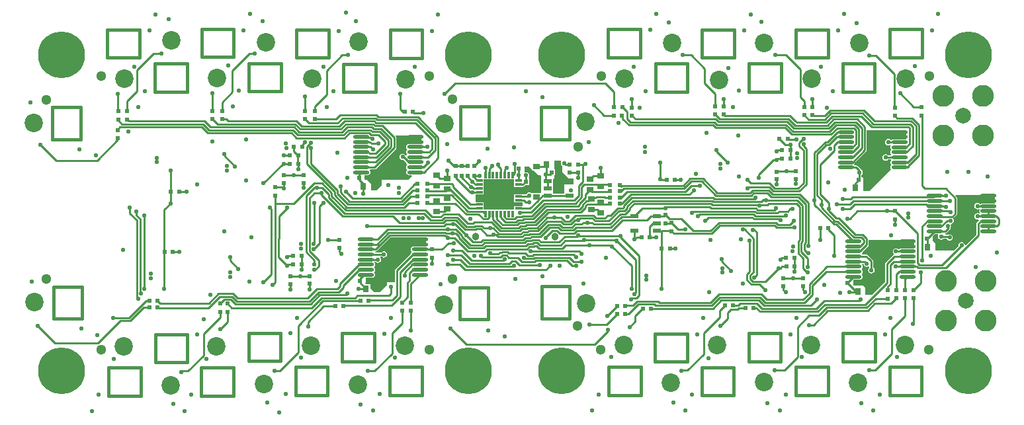
<source format=gtl>
G04*
G04 #@! TF.GenerationSoftware,Altium Limited,Altium Designer,18.1.6 (161)*
G04*
G04 Layer_Physical_Order=1*
G04 Layer_Color=255*
%FSLAX44Y44*%
%MOMM*%
G71*
G01*
G75*
%ADD10C,0.2540*%
%ADD14C,0.4064*%
%ADD15O,2.1000X0.4500*%
%ADD16R,0.5000X0.6000*%
%ADD17R,0.6000X0.5000*%
%ADD18R,0.6000X0.5500*%
%ADD19R,1.1000X0.6000*%
%ADD20R,0.9000X0.8000*%
%ADD21R,0.5500X0.6000*%
%ADD22R,0.6000X0.6000*%
%ADD23R,0.8000X0.9000*%
%ADD24R,0.6000X0.6000*%
%ADD25R,3.1496X3.1496*%
%ADD26R,0.3048X0.8128*%
%ADD27R,0.8128X0.3048*%
%ADD48C,2.0000*%
%ADD49C,2.8000*%
%ADD50C,0.9652*%
%ADD51C,0.5588*%
%ADD52C,1.3000*%
%ADD53C,2.3622*%
%ADD54C,6.0000*%
G36*
X519616Y369502D02*
X520192Y369264D01*
Y358161D01*
X504068D01*
X502695Y357888D01*
X501530Y357110D01*
X500752Y355945D01*
X500479Y354572D01*
X500752Y353199D01*
X501530Y352034D01*
X501646Y351957D01*
Y350687D01*
X501530Y350610D01*
X500752Y349445D01*
X500479Y348072D01*
X500752Y346698D01*
X501530Y345534D01*
X501587Y345496D01*
X501607Y344268D01*
X500921Y343745D01*
X499549Y343981D01*
X498992Y344814D01*
X497648Y345712D01*
X496062Y346028D01*
X494476Y345712D01*
X493132Y344814D01*
X492234Y343470D01*
X491918Y341884D01*
X492234Y340298D01*
X493132Y338954D01*
X494476Y338056D01*
X496062Y337740D01*
X497231Y337973D01*
X500565Y334638D01*
X500752Y333699D01*
X501530Y332534D01*
X501646Y332457D01*
Y331187D01*
X501530Y331110D01*
X500752Y329945D01*
X500479Y328572D01*
X500752Y327199D01*
X501530Y326034D01*
X501646Y325957D01*
Y324687D01*
X501530Y324610D01*
X500752Y323445D01*
X500479Y322072D01*
X500752Y320699D01*
X501530Y319534D01*
X502695Y318756D01*
X504068Y318483D01*
X507804D01*
X508290Y317310D01*
X503147Y312166D01*
X469646D01*
X469646Y305562D01*
X463218Y299134D01*
X455836D01*
Y307180D01*
X450850Y312166D01*
X447548D01*
Y318342D01*
X447606Y318483D01*
X451568D01*
X452941Y318756D01*
X454106Y319534D01*
X454884Y320699D01*
X455157Y322072D01*
X454884Y323445D01*
X454153Y324539D01*
X454013Y324847D01*
X454091Y325014D01*
X454924Y325982D01*
X460436D01*
X461427Y326179D01*
X462267Y326741D01*
X487225Y351699D01*
X487787Y352539D01*
X487984Y353530D01*
Y366320D01*
X487787Y367312D01*
X487225Y368152D01*
X487048Y368329D01*
X487534Y369502D01*
X519616D01*
D02*
G37*
G36*
X661656Y326170D02*
Y323980D01*
X663846D01*
X669310Y318516D01*
X672544D01*
X673750Y317310D01*
Y296250D01*
X673490Y295990D01*
X672871Y295372D01*
X661656D01*
X661656Y295372D01*
X660555Y295780D01*
X659954Y296182D01*
X658368Y296498D01*
X656782Y296182D01*
X655438Y295284D01*
X654540Y293940D01*
X654487Y293674D01*
X649732D01*
Y293878D01*
X639064D01*
Y283210D01*
X648462D01*
X649732Y283210D01*
X649732Y281940D01*
Y278892D01*
X639064D01*
Y274066D01*
X600209D01*
X599948Y274240D01*
Y283972D01*
X590000D01*
Y293370D01*
X599948D01*
Y303276D01*
Y313182D01*
X639064D01*
Y303276D01*
X649732D01*
Y303480D01*
X650066D01*
X651057Y303677D01*
X651897Y304239D01*
X653443Y305784D01*
X657820D01*
Y314324D01*
X657820Y314324D01*
X657325Y315594D01*
X657878Y316422D01*
X658194Y318008D01*
X657878Y319594D01*
X656980Y320938D01*
X655636Y321836D01*
X654050Y322152D01*
X653270Y321996D01*
X652000Y322937D01*
Y329661D01*
X658165D01*
X661656Y326170D01*
D02*
G37*
G36*
X526288Y237407D02*
Y226843D01*
X509822D01*
X508448Y226570D01*
X507284Y225792D01*
X506506Y224627D01*
X506233Y223254D01*
X506506Y221881D01*
X507284Y220716D01*
X507400Y220639D01*
Y219369D01*
X507284Y219292D01*
X506506Y218127D01*
X506319Y217188D01*
X487119Y197987D01*
X486557Y197147D01*
X486360Y196156D01*
Y181102D01*
X475742D01*
Y176784D01*
X467028Y168070D01*
X459232D01*
Y169164D01*
X454628Y173768D01*
Y178490D01*
X449906D01*
X448056Y180340D01*
X449072Y181356D01*
Y187165D01*
X457322D01*
X458695Y187438D01*
X459860Y188216D01*
X460638Y189381D01*
X460911Y190754D01*
X460638Y192127D01*
X459860Y193292D01*
X459744Y193369D01*
Y194639D01*
X459860Y194716D01*
X460638Y195881D01*
X460911Y197254D01*
X460638Y198627D01*
X459860Y199792D01*
X459744Y199869D01*
Y201139D01*
X459860Y201216D01*
X460638Y202381D01*
X460911Y203754D01*
X460638Y205127D01*
X459907Y206221D01*
X459767Y206529D01*
X459845Y206696D01*
X460170Y207073D01*
X461440Y207324D01*
X462784Y206426D01*
X464370Y206110D01*
X465956Y206426D01*
X467300Y207324D01*
X468198Y208668D01*
X468514Y210254D01*
X468198Y211840D01*
X467494Y212894D01*
X467850Y213897D01*
X467990Y214079D01*
X469242Y214056D01*
X469397Y213824D01*
X470742Y212926D01*
X472327Y212610D01*
X473913Y212926D01*
X475257Y213824D01*
X476155Y215168D01*
X476471Y216754D01*
X476155Y218340D01*
X475257Y219684D01*
X473913Y220582D01*
X472327Y220898D01*
X470742Y220582D01*
X469397Y219684D01*
X469170Y219344D01*
X461497D01*
X461115Y220004D01*
X461497Y220664D01*
X461937D01*
X462928Y220861D01*
X463768Y221423D01*
X480784Y238438D01*
X525712D01*
X526288Y237407D01*
D02*
G37*
G36*
X699214Y335534D02*
X699047Y335284D01*
X698732Y333699D01*
X699047Y332113D01*
X699946Y330769D01*
X700250Y330565D01*
X700250Y322518D01*
X709018Y313750D01*
X714802D01*
Y306250D01*
X702958D01*
X702714Y306006D01*
Y294626D01*
X688326D01*
Y296306D01*
X688326D01*
Y297266D01*
X688326D01*
Y305806D01*
X688326D01*
Y306766D01*
X688326D01*
Y313042D01*
X690464Y315180D01*
Y318048D01*
X691520D01*
Y325588D01*
X690464D01*
Y336804D01*
X698535Y336804D01*
X699214Y335534D01*
D02*
G37*
G36*
X1139958Y375544D02*
X1140534Y375306D01*
Y364257D01*
X1124082D01*
X1122709Y363984D01*
X1121622Y363258D01*
X1120789D01*
X1120562Y363598D01*
X1119218Y364496D01*
X1117632Y364812D01*
X1116046Y364496D01*
X1114702Y363598D01*
X1113804Y362254D01*
X1113488Y360668D01*
X1113804Y359082D01*
X1114702Y357738D01*
X1116046Y356840D01*
X1117632Y356524D01*
X1119218Y356840D01*
X1120184Y357486D01*
X1120525Y357436D01*
X1121116Y356064D01*
X1120766Y355541D01*
X1120493Y354168D01*
X1120766Y352794D01*
X1121497Y351701D01*
X1121660Y351343D01*
Y350492D01*
X1121497Y350135D01*
X1120766Y349041D01*
X1120493Y347668D01*
X1120766Y346295D01*
X1121544Y345130D01*
X1121532Y344733D01*
X1120553Y343712D01*
X1117455D01*
X1117228Y344052D01*
X1115884Y344950D01*
X1114298Y345266D01*
X1112712Y344950D01*
X1111368Y344052D01*
X1110470Y342708D01*
X1110154Y341122D01*
X1110470Y339536D01*
X1111368Y338192D01*
X1112712Y337294D01*
X1114298Y336978D01*
X1115884Y337294D01*
X1117228Y338192D01*
X1117455Y338532D01*
X1121244D01*
X1121599Y337360D01*
X1121497Y337135D01*
X1120766Y336041D01*
X1120493Y334668D01*
X1120766Y333295D01*
X1121544Y332130D01*
X1121660Y332053D01*
Y330783D01*
X1121544Y330706D01*
X1120766Y329541D01*
X1120493Y328168D01*
X1120766Y326795D01*
X1121369Y325893D01*
X1093164Y297688D01*
X1085516D01*
Y314941D01*
X1084358Y316099D01*
Y316190D01*
X1084267D01*
X1083614Y316843D01*
Y318661D01*
X1083954Y318888D01*
X1084852Y320232D01*
X1085168Y321818D01*
X1084852Y323404D01*
X1083954Y324748D01*
X1083274Y325202D01*
X1082855Y325829D01*
X1078685Y329999D01*
X1077845Y330561D01*
X1076854Y330758D01*
X1074352D01*
X1074004Y331569D01*
Y332053D01*
X1074120Y332130D01*
X1074898Y333295D01*
X1075085Y334234D01*
X1089633Y348783D01*
X1090195Y349623D01*
X1090392Y350614D01*
Y375544D01*
X1139958D01*
D02*
G37*
G36*
X1150750Y224556D02*
X1150400Y224269D01*
X1133900D01*
X1132526Y223996D01*
X1131440Y223270D01*
X1130794D01*
X1130567Y223610D01*
X1129223Y224508D01*
X1127637Y224824D01*
X1126051Y224508D01*
X1124707Y223610D01*
X1123809Y222266D01*
X1123493Y220680D01*
X1123809Y219094D01*
X1124618Y217883D01*
X1124583Y217283D01*
X1124362Y216453D01*
X1123701Y216011D01*
X1114499Y206809D01*
X1113937Y205969D01*
X1113740Y204978D01*
Y181371D01*
X1110678Y178308D01*
X1110488D01*
X1097026Y164846D01*
X1096596Y165276D01*
X1088390D01*
Y174164D01*
X1085516Y177038D01*
X1072642D01*
Y184009D01*
X1073223Y184591D01*
X1081400D01*
X1082774Y184864D01*
X1083938Y185642D01*
X1084716Y186807D01*
X1084989Y188180D01*
X1084716Y189553D01*
X1083938Y190718D01*
X1083822Y190795D01*
Y192065D01*
X1083938Y192142D01*
X1084716Y193307D01*
X1084989Y194680D01*
X1084716Y196053D01*
X1083985Y197147D01*
X1083822Y197504D01*
Y198356D01*
X1083985Y198713D01*
X1084716Y199807D01*
X1084989Y201180D01*
X1084716Y202553D01*
X1083938Y203718D01*
X1084547Y204838D01*
X1084719Y205046D01*
X1085970Y205044D01*
X1086024Y204978D01*
X1086340Y203392D01*
X1087238Y202048D01*
X1088582Y201150D01*
X1090168Y200834D01*
X1091754Y201150D01*
X1092046Y201345D01*
X1093132Y200772D01*
X1093164Y199582D01*
X1093080Y199526D01*
X1092182Y198182D01*
X1091866Y196596D01*
X1092182Y195010D01*
X1093080Y193666D01*
X1094424Y192768D01*
X1096010Y192452D01*
X1097596Y192768D01*
X1098940Y193666D01*
X1099838Y195010D01*
X1100154Y196596D01*
X1099838Y198182D01*
X1098940Y199526D01*
X1098600Y199753D01*
Y207772D01*
X1098403Y208763D01*
X1097841Y209603D01*
X1097723Y209721D01*
X1097614Y209884D01*
X1094177Y213321D01*
X1093773Y213591D01*
X1091353Y216011D01*
X1090513Y216573D01*
X1089522Y216770D01*
X1084170D01*
X1083822Y217581D01*
Y218065D01*
X1083938Y218142D01*
X1084716Y219307D01*
X1084903Y220246D01*
X1091831Y227175D01*
X1092393Y228015D01*
X1092590Y229006D01*
Y235644D01*
X1150750D01*
Y224556D01*
D02*
G37*
G36*
X1253708Y293294D02*
X1254284Y293056D01*
Y282299D01*
X1237874D01*
X1236500Y282026D01*
X1235414Y281300D01*
X1235103D01*
X1234876Y281640D01*
X1233532Y282538D01*
X1231946Y282854D01*
X1230360Y282538D01*
X1229016Y281640D01*
X1228118Y280296D01*
X1227802Y278710D01*
X1228118Y277124D01*
X1229016Y275780D01*
X1230360Y274882D01*
X1231946Y274566D01*
X1233532Y274882D01*
X1234194Y275324D01*
X1235110Y274409D01*
X1234558Y273583D01*
X1234285Y272210D01*
X1234558Y270837D01*
X1235098Y270028D01*
X1234183Y269112D01*
X1233546Y269538D01*
X1231960Y269854D01*
X1230374Y269538D01*
X1229030Y268640D01*
X1228132Y267296D01*
X1227816Y265710D01*
X1228132Y264124D01*
X1229030Y262780D01*
X1230374Y261882D01*
X1231960Y261566D01*
X1233186Y261810D01*
X1233836Y260665D01*
X1231253Y258081D01*
X1230691Y257241D01*
X1230494Y256250D01*
Y242036D01*
X1217123Y228665D01*
X1215772Y229110D01*
X1215578Y230086D01*
X1214680Y231430D01*
X1213336Y232328D01*
X1211750Y232644D01*
X1210164Y232328D01*
X1208820Y231430D01*
X1207922Y230086D01*
X1207606Y228500D01*
X1207686Y228099D01*
X1201588Y222000D01*
X1177962Y222000D01*
Y230976D01*
X1174250Y234688D01*
Y239674D01*
X1177197Y242621D01*
X1181234D01*
X1181832Y241501D01*
X1181730Y241347D01*
X1181414Y239762D01*
X1181730Y238176D01*
X1182628Y236832D01*
X1183972Y235933D01*
X1185558Y235618D01*
X1187143Y235933D01*
X1188488Y236832D01*
X1188715Y237172D01*
X1192431D01*
X1192480Y236926D01*
X1193378Y235582D01*
X1194723Y234683D01*
X1196308Y234368D01*
X1197894Y234683D01*
X1199238Y235582D01*
X1200137Y236926D01*
X1200452Y238512D01*
X1200137Y240097D01*
X1199238Y241442D01*
X1197894Y242340D01*
X1196308Y242655D01*
X1194781Y242351D01*
X1190649D01*
X1190646Y243620D01*
X1191637Y243817D01*
X1192477Y244379D01*
X1196457Y248359D01*
X1197019Y249199D01*
X1197204Y250129D01*
X1197882Y251144D01*
X1198198Y252730D01*
X1197882Y254316D01*
X1197675Y254625D01*
X1198277Y256011D01*
X1199086Y256172D01*
X1200430Y257070D01*
X1201328Y258414D01*
X1201644Y260000D01*
X1201328Y261586D01*
X1200571Y262718D01*
X1200664Y262941D01*
X1201504Y263503D01*
X1205283Y267282D01*
X1205845Y268122D01*
X1206042Y269113D01*
Y288798D01*
X1205845Y289789D01*
X1205283Y290629D01*
X1203792Y292121D01*
X1204278Y293294D01*
X1253708D01*
D02*
G37*
D10*
X563238Y435960D02*
X753995D01*
X550000Y422722D02*
X563238Y435960D01*
X754153Y436118D02*
X755904D01*
X753995Y435960D02*
X754153Y436118D01*
X212538Y66272D02*
X213687Y67421D01*
X221488D01*
X331978Y67820D02*
X338838D01*
X375158Y124714D02*
Y130556D01*
X451866Y67434D02*
X460118D01*
X262382Y136144D02*
Y143340D01*
X272034Y130302D02*
Y143340D01*
X495300Y128524D02*
Y144356D01*
X506476Y119754D02*
Y144356D01*
X241300Y87233D02*
Y115062D01*
X362458Y91440D02*
Y125476D01*
X482600Y89916D02*
Y115824D01*
X134874Y131826D02*
X147374D01*
X125222Y135636D02*
X145796D01*
X106426Y103378D02*
X134874Y131826D01*
X147374D02*
X164392Y148844D01*
X145796Y135636D02*
X167894Y157734D01*
X221488Y67421D02*
X241300Y87233D01*
X263144Y121412D02*
X272034Y130302D01*
X362458Y125476D02*
X394208Y157226D01*
X375158Y130556D02*
X394970Y150368D01*
X460118Y67434D02*
X482600Y89916D01*
Y115824D02*
X495300Y128524D01*
X338838Y67820D02*
X362458Y91440D01*
X241300Y115062D02*
X262382Y136144D01*
X50800Y103378D02*
X106426D01*
X530750Y292500D02*
X558796D01*
X579262Y272034D01*
X529224Y290974D02*
X530750Y292500D01*
X528216Y290974D02*
X529224D01*
X528216D02*
Y291750D01*
X733616Y285194D02*
X738300Y289878D01*
X755628D02*
X761088D01*
X755106Y290400D02*
X755628Y289878D01*
X744002Y290400D02*
X755106D01*
X743480Y289878D02*
X744002Y290400D01*
X738300Y289878D02*
X743480D01*
X617728Y331216D02*
X622046Y326898D01*
X698586Y258796D02*
X701894Y255488D01*
X681215Y258796D02*
X698586D01*
X992349Y341634D02*
X993378Y340605D01*
X997582Y203272D02*
X998611Y202244D01*
X361942Y332750D02*
Y343632D01*
X366504Y206066D02*
X367533Y205038D01*
X825558Y313192D02*
X826330Y312420D01*
X833934D01*
X844434D02*
X852330D01*
X825558Y313192D02*
Y334322D01*
X677500Y329250D02*
X680500Y332250D01*
X667426Y329250D02*
X677500D01*
X1065356Y180386D02*
X1073150Y188180D01*
X1065356Y180306D02*
Y180386D01*
X1030338Y236162D02*
X1030750Y235750D01*
X1030338Y236162D02*
Y250250D01*
X357000Y348574D02*
X361942Y343632D01*
X357000Y348574D02*
Y354572D01*
X362482Y325947D02*
Y332750D01*
X373634Y332625D02*
Y355015D01*
X344132Y343632D02*
X352000D01*
X349590Y332750D02*
X351982D01*
X349550Y332710D02*
X349590Y332750D01*
X344132Y332710D02*
X349550D01*
X367708Y357244D02*
X371250Y360786D01*
X367708Y356500D02*
Y357244D01*
X371250Y360786D02*
X371518Y360518D01*
X376290Y384938D02*
X412878D01*
X371000Y390228D02*
X376290Y384938D01*
X366865Y381128D02*
X415455D01*
X360389Y387604D02*
X366865Y381128D01*
X365286Y377318D02*
X417034D01*
X358811Y383794D02*
X365286Y377318D01*
X363708Y373508D02*
X418612D01*
X362130Y369698D02*
X420190D01*
X360552Y365888D02*
X421768D01*
X992349Y350638D02*
Y357500D01*
X978500Y364750D02*
X985750Y357500D01*
X992349D01*
X991306Y363951D02*
X1000549D01*
X991000Y364257D02*
X991306Y363951D01*
X1000549D02*
Y364268D01*
X1004041Y359989D02*
X1007165Y363114D01*
X1004041Y355571D02*
Y359989D01*
X994028Y370460D02*
X1044501D01*
X995606Y374270D02*
X1042923D01*
X987098Y382778D02*
X995606Y374270D01*
X997184Y378080D02*
X1041345D01*
X988676Y386588D02*
X997184Y378080D01*
X998763Y381890D02*
X1039767D01*
X990255Y390398D02*
X998763Y381890D01*
X1000886Y385700D02*
X1038189D01*
X998771Y387815D02*
X1000886Y385700D01*
X998226Y387815D02*
X998771D01*
X991833Y394208D02*
X998226Y387815D01*
X1191726Y199606D02*
X1233084Y240964D01*
X1155892Y199606D02*
X1191726D01*
X1154318Y201180D02*
X1155892Y199606D01*
X1142150Y201180D02*
X1154318D01*
X1157470Y203416D02*
X1186666D01*
X1155190Y205696D02*
X1157470Y203416D01*
X1126490Y272204D02*
X1155190Y243504D01*
Y205696D02*
Y243504D01*
X1161250Y209000D02*
Y253000D01*
X1167460Y259210D01*
X1186666Y203416D02*
X1211750Y228500D01*
X1150112Y171112D02*
X1159307Y180307D01*
Y194259D01*
X721502Y240650D02*
X775250D01*
X775512D01*
X1069312Y287500D02*
X1071812Y290000D01*
X1175414D01*
X1177124Y291710D01*
X1073450Y285210D02*
X1177124D01*
X1068990Y280750D02*
X1073450Y285210D01*
X1175414Y280420D02*
X1177124Y278710D01*
X1166890Y280420D02*
X1175414D01*
X1165910Y281400D02*
X1166890Y280420D01*
X1075048Y281400D02*
X1165910D01*
X1068648Y275000D02*
X1075048Y281400D01*
X762088Y228824D02*
X764000Y226912D01*
X646282Y270968D02*
X660683D01*
X715672Y286060D02*
X721627Y292015D01*
X720750Y332148D02*
X726250D01*
X676150Y286060D02*
X715672D01*
X726250Y332148D02*
X727000Y331398D01*
Y310240D02*
Y331398D01*
X721627Y304867D02*
X727000Y310240D01*
X721627Y292015D02*
Y304867D01*
X717606Y282304D02*
X725437Y290135D01*
X717606Y282250D02*
Y282304D01*
X679306Y278440D02*
X720872D01*
X680884Y274630D02*
X722450D01*
X682406Y270764D02*
X723972D01*
X717510Y266954D02*
X725550D01*
X709853Y259298D02*
X717510Y266954D01*
X723014Y263144D02*
X727128D01*
X720500Y260630D02*
X723014Y263144D01*
X720872Y278440D02*
X722840Y280408D01*
X722450Y274630D02*
X726650Y278830D01*
X723972Y270764D02*
X730460Y277252D01*
X725550Y266954D02*
X725596Y267000D01*
X727128Y263144D02*
X727174Y263190D01*
X728266Y306118D02*
X761088D01*
X725437Y303289D02*
X728266Y306118D01*
X725437Y290135D02*
Y303289D01*
X738568Y297102D02*
X761088D01*
X730460Y293946D02*
X736092Y299578D01*
X730460Y289770D02*
Y293946D01*
X722840Y282150D02*
X730460Y289770D01*
X722840Y280408D02*
Y282150D01*
X726650Y278830D02*
Y280572D01*
X731272Y285194D02*
X733616D01*
X726650Y280572D02*
X731272Y285194D01*
X732850Y281384D02*
X761088D01*
X730460Y278994D02*
X732850Y281384D01*
X730460Y277252D02*
Y278994D01*
X677728Y282250D02*
X717606D01*
X669158Y279068D02*
X676150Y286060D01*
X668782Y279068D02*
X669158D01*
X720500Y321398D02*
X720750Y321648D01*
X720500Y315301D02*
Y321398D01*
X661670Y266192D02*
X677728Y282250D01*
X663248Y262382D02*
X679306Y278440D01*
X664826Y258572D02*
X680884Y274630D01*
X666404Y254762D02*
X682406Y270764D01*
X681293Y264263D02*
X690534D01*
X667983Y250952D02*
X681293Y264263D01*
X684900Y319468D02*
X687250Y321818D01*
X679156Y319468D02*
X684900D01*
X709853Y321648D02*
X720750D01*
X702876Y333699D02*
X704426Y332148D01*
X709853D01*
X679156Y313118D02*
Y319468D01*
X681556Y301536D02*
Y310592D01*
X669561Y247142D02*
X681215Y258796D01*
X682793Y254986D02*
X697007D01*
X671139Y243332D02*
X682793Y254986D01*
X684371Y251176D02*
X695429D01*
X672717Y239522D02*
X684371Y251176D01*
X687749Y247366D02*
X693851D01*
X679033Y238650D02*
X687749Y247366D01*
X696214Y232634D02*
X703580Y240000D01*
X673152Y232634D02*
X696214D01*
X704203Y234442D02*
X726948D01*
X698586Y228824D02*
X704203Y234442D01*
X671574Y228824D02*
X698586D01*
X704566D02*
X735076D01*
X700278Y224536D02*
X704566Y228824D01*
X670474Y224536D02*
X700278D01*
X660081Y220726D02*
X722122D01*
X663814Y216916D02*
X715010D01*
X665181Y212894D02*
X709434D01*
X706374Y208788D02*
X713045Y202117D01*
X666462Y208788D02*
X706374D01*
X679646Y197300D02*
X685038Y202692D01*
X693851Y247366D02*
X697159Y244058D01*
X713045Y202117D02*
X718379D01*
X675210Y292036D02*
X681556D01*
X668782Y285608D02*
X675210Y292036D01*
X699156Y264263D02*
X704121Y259298D01*
X690534Y264263D02*
X699156D01*
X695429Y251176D02*
X698737Y247868D01*
X660683Y270968D02*
X668782Y279068D01*
X646282Y270263D02*
Y270968D01*
X642409Y264929D02*
X648491D01*
X639608Y262128D02*
X642409Y264929D01*
X665027Y227584D02*
X667426D01*
X664273Y226829D02*
X665027Y227584D01*
X658375Y226829D02*
X664273D01*
X655320Y223774D02*
X658375Y226829D01*
X663957Y231902D02*
X668496D01*
X662694Y230639D02*
X663957Y231902D01*
X656613Y230639D02*
X662694D01*
X653811Y227838D02*
X656613Y230639D01*
X662379Y235712D02*
X670074D01*
X661116Y234449D02*
X662379Y235712D01*
X655034Y234449D02*
X661116D01*
X652233Y231648D02*
X655034Y234449D01*
X660801Y239522D02*
X672717D01*
X659538Y238259D02*
X660801Y239522D01*
X653456Y238259D02*
X659538D01*
X650655Y235458D02*
X653456Y238259D01*
X659223Y243332D02*
X671139D01*
X657960Y242069D02*
X659223Y243332D01*
X651878Y242069D02*
X657960D01*
X649077Y239268D02*
X651878Y242069D01*
X657645Y247142D02*
X669561D01*
X656382Y245879D02*
X657645Y247142D01*
X650300Y245879D02*
X656382D01*
X647499Y243078D02*
X650300Y245879D01*
X656066Y250952D02*
X667983D01*
X654803Y249689D02*
X656066Y250952D01*
X648722Y249689D02*
X654803D01*
X645921Y246888D02*
X648722Y249689D01*
X654488Y254762D02*
X666404D01*
X653225Y253499D02*
X654488Y254762D01*
X647144Y253499D02*
X653225D01*
X644343Y250698D02*
X647144Y253499D01*
X652910Y258572D02*
X664826D01*
X651647Y257309D02*
X652910Y258572D01*
X645566Y257309D02*
X651647D01*
X642764Y254508D02*
X645566Y257309D01*
X651332Y262382D02*
X663248D01*
X650069Y261119D02*
X651332Y262382D01*
X643987Y261119D02*
X650069D01*
X641186Y258318D02*
X643987Y261119D01*
X649754Y266192D02*
X661670D01*
X648491Y264929D02*
X649754Y266192D01*
X591934Y311150D02*
Y311185D01*
X563513Y255270D02*
X577516Y241267D01*
X533444Y223438D02*
X533700Y223441D01*
X191122Y172607D02*
Y273927D01*
X518078Y223260D02*
X533444Y223438D01*
X629376Y262128D02*
X639608D01*
X627798Y258318D02*
X641186D01*
X624332Y254508D02*
X642764D01*
X622754Y250698D02*
X644343D01*
X621176Y246888D02*
X645921D01*
X619598Y243078D02*
X647499D01*
X618019Y239268D02*
X649077D01*
X577516Y241267D02*
Y241412D01*
Y241267D02*
X586149Y232634D01*
X582560Y228824D02*
X597940D01*
X580982Y225014D02*
X599518D01*
X579404Y221204D02*
X601096D01*
X574586Y236798D02*
X582560Y228824D01*
X570776Y235220D02*
X580982Y225014D01*
X562356Y238252D02*
X566966Y233642D01*
X554228Y238252D02*
X562356D01*
X566966Y233642D02*
X579404Y221204D01*
X566966Y233642D02*
Y233642D01*
X570776Y235220D02*
Y235220D01*
X574586Y236798D02*
Y236798D01*
X568134Y237862D02*
Y239872D01*
X571944Y239440D02*
X574586Y236798D01*
X571944Y239440D02*
Y241451D01*
X568134Y237862D02*
X570776Y235220D01*
X564421Y243586D02*
X568134Y239872D01*
X564221Y249174D02*
X571944Y241451D01*
X576294Y248666D02*
X589566D01*
X564356Y260604D02*
X576294Y248666D01*
X588750Y253238D02*
X597632D01*
X587988Y252476D02*
X588750Y253238D01*
X577873Y252476D02*
X587988D01*
X565934Y264414D02*
X577873Y252476D01*
X587933Y257810D02*
X610254D01*
X586409Y256286D02*
X587933Y257810D01*
X579451Y256286D02*
X586409D01*
X567513Y268224D02*
X579451Y256286D01*
X554952Y231432D02*
X561632D01*
X551813Y255270D02*
X560578D01*
X563513D01*
X551758Y260604D02*
X564356D01*
X550180Y264414D02*
X565934D01*
X548602Y268224D02*
X567513D01*
X571944Y222060D02*
X584708Y209296D01*
X560832Y222060D02*
X571944D01*
X570992Y215646D02*
X581718Y204920D01*
X554228Y215646D02*
X570992D01*
X525310Y273304D02*
X533944Y264670D01*
X499943Y273304D02*
X525310D01*
X499889Y273358D02*
X499943Y273304D01*
X492060Y257050D02*
X548204D01*
X483426Y265684D02*
X492060Y257050D01*
X419354Y265684D02*
X483426D01*
X451104Y252730D02*
X549273D01*
X476827Y248920D02*
X553974D01*
X478149Y244854D02*
X551005D01*
X479727Y241044D02*
X549426D01*
X528216Y282226D02*
Y282974D01*
Y282226D02*
X563682D01*
X523732Y269494D02*
X532366Y260860D01*
X422148Y269494D02*
X523732D01*
X532366Y260860D02*
X546626D01*
X533944Y264670D02*
X545048D01*
X422094Y269548D02*
X422148Y269494D01*
X423278Y273358D02*
X499889D01*
X498311Y277168D02*
X504117Y282974D01*
X424856Y277168D02*
X498311D01*
X496732Y280978D02*
X506728Y290974D01*
X426434Y280978D02*
X496732D01*
X495154Y284788D02*
X509340Y298974D01*
X428013Y284788D02*
X495154D01*
X493576Y288598D02*
X511952Y306974D01*
X431746Y288598D02*
X493576D01*
X391922Y293116D02*
X419354Y265684D01*
X679033Y238262D02*
Y238650D01*
X972636Y66622D02*
Y68396D01*
X612380Y300750D02*
X619506Y293624D01*
X612376D02*
X619506D01*
X749554Y317642D02*
Y328054D01*
X740818Y255250D02*
X761326D01*
X733085Y257415D02*
X738653D01*
X740818Y255250D01*
X727335Y257415D02*
X733085D01*
X716582Y255250D02*
X725170D01*
X727335Y257415D01*
X727174Y263190D02*
X738744D01*
X725596Y267000D02*
X740322D01*
X738744Y263190D02*
X742424Y259510D01*
X740322Y267000D02*
X744002Y263320D01*
X761326Y255250D02*
X774794Y268718D01*
X713010Y251678D02*
X716582Y255250D01*
X716574Y260630D02*
X720500D01*
X760198Y259510D02*
X773216Y272528D01*
X742424Y259510D02*
X760198D01*
X711432Y255488D02*
X716574Y260630D01*
X755106Y263320D02*
X758786Y267000D01*
X762300D01*
X744002Y263320D02*
X755106D01*
X762300Y267000D02*
X771638Y276338D01*
X736092Y313578D02*
X740156Y317642D01*
X749554D01*
X745490Y273924D02*
X749554Y269860D01*
X736346Y273924D02*
X745490D01*
X767326Y235174D02*
X769500Y233000D01*
X977921Y265964D02*
X987000D01*
X654050Y310054D02*
Y318008D01*
X1065220Y262780D02*
X1068638D01*
X1059680Y275000D02*
X1068648D01*
X1068638Y262780D02*
X1078108Y272250D01*
X1052086Y280750D02*
X1068990D01*
X1059250Y287500D02*
X1069312D01*
X954428Y280510D02*
X963086D01*
X961855Y286206D02*
X983261D01*
X961547Y286514D02*
X961855Y286206D01*
X963086Y280510D02*
X964898Y282322D01*
X999880D01*
X958133Y286514D02*
X961547D01*
X957897Y286750D02*
X958133Y286514D01*
X975172Y251190D02*
X997524D01*
X972612Y253750D02*
X975172Y251190D01*
X946560Y253750D02*
X972612D01*
X992000Y255000D02*
X997000Y260000D01*
X976750Y255000D02*
X992000D01*
X974106Y257644D02*
X976750Y255000D01*
X900844Y257644D02*
X974106D01*
X890426Y247226D02*
X900844Y257644D01*
X1075326Y242280D02*
X1084962D01*
X1054486Y263120D02*
X1075326Y242280D01*
X1051268Y263120D02*
X1054486D01*
X1042000Y272388D02*
X1051268Y263120D01*
X1042000Y272388D02*
Y275000D01*
X1023000Y280612D02*
X1048112Y255500D01*
X1023000Y280612D02*
Y286250D01*
X1048112Y255500D02*
X1051330D01*
X1049690Y259310D02*
X1052908D01*
X1032250Y276750D02*
X1049690Y259310D01*
X1032250Y276750D02*
Y280495D01*
X1048575Y349567D02*
Y356171D01*
X1030620Y331612D02*
X1048575Y349567D01*
X1030620Y293963D02*
Y331612D01*
Y293963D02*
X1042000Y282583D01*
Y275000D02*
Y282583D01*
X1026810Y292385D02*
Y345274D01*
Y292385D02*
X1032250Y286945D01*
Y280495D02*
Y286945D01*
X1023000Y286250D02*
Y346852D01*
X1037068Y360920D01*
X989209Y272084D02*
X992007Y274882D01*
X995250D01*
X999880Y282322D02*
X1004272Y277930D01*
Y234982D02*
Y277930D01*
X1002748Y233458D02*
X1004272Y234982D01*
X883500Y260000D02*
X887964Y264464D01*
X943670D01*
X874250Y265500D02*
X877024Y268274D01*
X868142Y247226D02*
X890426D01*
X853078Y262290D02*
X868142Y247226D01*
X837838Y262290D02*
X853078D01*
X946476Y253834D02*
X946560Y253750D01*
X902422Y253834D02*
X946476D01*
X892004Y243416D02*
X902422Y253834D01*
X950671Y273628D02*
X972016D01*
X974137Y275750D01*
X952032Y279810D02*
X952880Y278962D01*
X954428Y280510D01*
X893465Y279810D02*
X952032D01*
X955467Y284320D02*
X957897Y286750D01*
X893823Y284320D02*
X955467D01*
X945936Y262198D02*
X976298D01*
X947514Y266008D02*
X977877D01*
X949092Y269818D02*
X975749D01*
X978015Y272084D01*
X977877Y266008D02*
X977921Y265964D01*
X976298Y262198D02*
X976342Y262154D01*
X978015Y272084D02*
X989209D01*
X967795Y290016D02*
X981683D01*
X962688Y295123D02*
X967795Y290016D01*
X969373Y293826D02*
X980105D01*
X964266Y298933D02*
X969373Y293826D01*
X978526Y297636D02*
X978580Y297690D01*
X970951Y297636D02*
X978526D01*
X965844Y302743D02*
X970951Y297636D01*
X976948Y301446D02*
X977002Y301500D01*
X972530Y301446D02*
X976948D01*
X965725Y308250D02*
X972530Y301446D01*
X978606Y262154D02*
X980130Y260630D01*
X976342Y262154D02*
X978606D01*
X943670Y264464D02*
X945936Y262198D01*
X945248Y268274D02*
X947514Y266008D01*
X877024Y268274D02*
X945248D01*
X866186Y270000D02*
X868270Y272084D01*
X946826D01*
X832750Y267378D02*
X837838Y262290D01*
X948299Y276000D02*
X950671Y273628D01*
X946826Y272084D02*
X949092Y269818D01*
X776190Y303776D02*
X777468Y305054D01*
X1015702Y228092D02*
Y282664D01*
X1004486Y293880D02*
X1015702Y282664D01*
X980159Y293880D02*
X1004486D01*
X1011892Y231825D02*
Y281086D01*
X1002908Y290070D02*
X1011892Y281086D01*
X981737Y290070D02*
X1002908D01*
X1008082Y233403D02*
Y279508D01*
X1001330Y286260D02*
X1008082Y279508D01*
X983315Y286260D02*
X1001330D01*
X983261Y286206D02*
X983315Y286260D01*
X892765Y280510D02*
X893465Y279810D01*
X892505Y280250D02*
X892765Y280510D01*
X891069Y281686D02*
X892505Y280250D01*
X1006558Y231880D02*
X1008082Y233403D01*
X1010368Y230301D02*
X1011892Y231825D01*
X977002Y301500D02*
X1002308D01*
X1009142Y308334D01*
X1008827Y363114D02*
Y364776D01*
X978580Y297690D02*
X1003886D01*
X1012952Y306756D01*
X980105Y293826D02*
X980159Y293880D01*
X981683Y290016D02*
X981737Y290070D01*
X891500Y276000D02*
X948299D01*
X891310Y276190D02*
X891500Y276000D01*
X891177Y276190D02*
X891310D01*
X889491Y277876D02*
X891177Y276190D01*
X833882Y277876D02*
X889491D01*
X832358Y276352D02*
X833882Y277876D01*
X892647Y285496D02*
X893823Y284320D01*
X893718Y289814D02*
X895402Y288130D01*
X789740Y289814D02*
X893718D01*
X792389Y281686D02*
X891069D01*
X946091Y288130D02*
X947750Y289789D01*
X895402Y288130D02*
X946091D01*
X942358Y291940D02*
X945541Y295123D01*
X897353Y291940D02*
X942358D01*
X945541Y295123D02*
X962688D01*
X943962Y298933D02*
X964266D01*
X938493Y302743D02*
X965844D01*
X937500Y301750D02*
X938493Y302743D01*
X940779Y295750D02*
X943962Y298933D01*
X898932Y295750D02*
X940779D01*
X947750Y288250D02*
Y289789D01*
X937500Y312500D02*
X941750Y308250D01*
X965725D01*
X937472Y312500D02*
X937500D01*
X951964Y314941D02*
Y319464D01*
X970184Y337684D01*
X787248Y276546D02*
X792389Y281686D01*
X790810Y285496D02*
X892647D01*
X779628Y279702D02*
X789740Y289814D01*
X863124Y293624D02*
X868750Y299250D01*
X788162Y293624D02*
X863124D01*
X880538Y314144D02*
X898932Y295750D01*
X864168Y314144D02*
X880538D01*
X855078Y305054D02*
X864168Y314144D01*
X856656Y301244D02*
X865746Y310334D01*
X858234Y297434D02*
X865800Y305000D01*
X878959Y310334D02*
X897353Y291940D01*
X865746Y310334D02*
X878959D01*
X865800Y305000D02*
X876750D01*
X783236Y297434D02*
X858234D01*
X775680Y289878D02*
X783236Y297434D01*
X779046Y301244D02*
X856656D01*
X775680Y297878D02*
X779046Y301244D01*
X777468Y305054D02*
X855078D01*
X843334Y243416D02*
X892004D01*
X840250Y246500D02*
X843334Y243416D01*
X848500Y248750D02*
X857750D01*
X840250Y257000D02*
X848500Y248750D01*
X840128Y256878D02*
X840250Y257000D01*
X832750Y256878D02*
X840128D01*
X827250Y247250D02*
X839500D01*
X827250D02*
X827616Y246884D01*
Y224282D02*
Y246884D01*
X812006Y239000D02*
X820926D01*
X812006D02*
Y252506D01*
X816250Y256750D01*
X821208D01*
X793208Y235966D02*
X796242Y239000D01*
X802006D01*
X793208Y235966D02*
Y247250D01*
X839500D02*
X840250Y246500D01*
X831622Y266250D02*
X832750Y267378D01*
X821208Y266250D02*
X831622D01*
X793208D02*
X803310Y276352D01*
X814250Y266250D02*
X821208D01*
X808699Y260699D02*
X814250Y266250D01*
X777551Y260699D02*
X808699D01*
X764249Y247396D02*
X777551Y260699D01*
X791866Y264908D02*
X793208Y266250D01*
X776373Y264908D02*
X791866D01*
X762671Y251206D02*
X776373Y264908D01*
X776190Y303776D02*
X776190D01*
X774088Y305878D02*
X776190Y303776D01*
X1052908Y259310D02*
X1073748Y238470D01*
X1012952Y306756D02*
Y352044D01*
X1009142Y308334D02*
Y350466D01*
X970184Y337684D02*
X974539D01*
X803310Y276352D02*
X832358D01*
X775250Y240650D02*
Y240656D01*
Y238500D02*
Y240650D01*
X764000Y226912D02*
X764912Y226000D01*
X764162Y227250D02*
X789178Y202234D01*
X764000Y226912D02*
Y227250D01*
X764162D01*
X769802Y234500D02*
X769870D01*
X794512Y209858D01*
X769802Y233302D02*
Y234500D01*
X769500Y233000D02*
X769802Y233302D01*
X775250Y238500D02*
X798322Y215428D01*
X775250Y240656D02*
X775506D01*
X775512Y240650D01*
X789178Y172466D02*
Y202234D01*
X735076Y228824D02*
X762088D01*
X728756Y235174D02*
X767326D01*
X798322Y164011D02*
Y215428D01*
X944326Y248441D02*
X946293D01*
X931750Y248500D02*
X934250D01*
X945465Y237285D01*
Y194356D02*
Y237285D01*
X946293Y248441D02*
X949275Y245460D01*
X1005565Y354043D02*
X1009142Y350466D01*
X940131Y194410D02*
Y234869D01*
X946150Y187498D02*
X949275Y190623D01*
X940816Y189707D02*
X945465Y194356D01*
X949275Y190623D02*
Y245460D01*
X1177124Y285210D02*
X1177346Y284988D01*
X1177962Y271372D02*
X1178116Y271526D01*
X1196072Y272250D02*
X1197558Y270763D01*
X1180892Y272250D02*
X1196072D01*
X1203452Y269113D02*
Y288798D01*
X1210000Y280782D02*
X1210178D01*
X1078108Y272250D02*
X1116500D01*
X1191250Y301000D02*
X1203452Y288798D01*
X1164750Y301000D02*
X1191250D01*
X1160780Y304970D02*
X1164750Y301000D01*
X1160780Y304970D02*
Y394038D01*
X1177500Y265334D02*
X1199673D01*
X1177124Y265710D02*
X1177500Y265334D01*
X1199673D02*
X1203452Y269113D01*
X1210178Y280782D02*
X1212250Y282854D01*
X1126490Y254510D02*
Y261704D01*
X1126444Y272250D02*
X1126490Y272204D01*
X1116500Y272250D02*
X1126444D01*
X1233084Y240964D02*
Y256250D01*
X1231960Y265710D02*
X1246124D01*
X1259250Y255250D02*
Y262750D01*
X1256290Y265710D02*
X1259250Y262750D01*
X1246124Y265710D02*
X1256290D01*
X1246124Y252710D02*
X1256710D01*
X1259250Y255250D01*
X1177124Y252710D02*
X1185960D01*
X1193250Y260000D02*
X1197500D01*
X1185960Y252710D02*
X1193250Y260000D01*
X1167460Y259210D02*
X1177124D01*
X1185558Y239762D02*
X1195058D01*
X1196308Y238512D01*
X1236044Y259210D02*
X1246124D01*
X1233084Y256250D02*
X1236044Y259210D01*
X1194054Y250762D02*
Y252730D01*
X1190646Y246210D02*
X1194626Y250190D01*
X1177124Y246210D02*
X1190646D01*
X1177124Y272210D02*
X1177962Y271372D01*
X1194054Y250762D02*
X1194626Y250190D01*
X1167210Y236728D02*
X1168258Y235680D01*
Y226060D02*
Y235680D01*
X1167210Y236728D02*
X1167642D01*
X1177124Y246210D01*
X1231946Y278710D02*
X1246124D01*
X1048654Y215138D02*
Y241074D01*
X1040554Y249174D02*
X1048654Y241074D01*
X1127637Y220680D02*
X1142150D01*
X1081674D02*
X1090000Y229006D01*
X1073150Y220680D02*
X1081674D01*
X1077976Y227180D02*
X1081674D01*
X1084962Y242280D02*
X1090000Y237242D01*
Y229006D02*
Y237242D01*
X1073748Y238470D02*
X1083384D01*
X1086190Y235664D01*
Y231696D02*
Y235664D01*
X1081674Y227180D02*
X1086190Y231696D01*
X1051330Y255500D02*
X1073150Y233680D01*
X1132900Y422916D02*
X1150516Y405300D01*
X1160018D01*
Y394800D02*
X1160780Y394038D01*
X1149570Y127762D02*
X1150112Y128304D01*
Y160612D01*
X1246124Y265710D02*
Y272210D01*
Y246210D02*
Y252710D01*
X1177346Y284988D02*
X1196340D01*
X1191650Y291710D02*
X1191696Y291664D01*
X1177124Y278710D02*
X1190680D01*
X1191514Y277876D01*
X1177124Y291710D02*
X1191650D01*
X1026810Y345274D02*
X1038646Y357110D01*
X1048575Y356171D02*
X1053072Y360668D01*
X1063332D01*
X1041928Y357110D02*
X1051986Y367168D01*
X1038646Y357110D02*
X1041928D01*
X1040350Y360920D02*
X1053098Y373668D01*
X1037068Y360920D02*
X1040350D01*
X1051986Y367168D02*
X1063332D01*
X1050921Y382268D02*
X1075144D01*
X1042923Y374270D02*
X1050921Y382268D01*
X1049345Y386080D02*
X1076720D01*
X1041345Y378080D02*
X1049345Y386080D01*
X1047767Y389890D02*
X1078298D01*
X1039767Y381890D02*
X1047767Y389890D01*
X1046189Y393700D02*
X1082964D01*
X1038189Y385700D02*
X1046189Y393700D01*
X1044611Y397510D02*
X1084542D01*
X1036611Y389510D02*
X1044611Y397510D01*
X1015702Y389510D02*
X1036611D01*
X1043032Y401320D02*
X1086358D01*
X1036512Y394800D02*
X1043032Y401320D01*
X1020996Y394800D02*
X1036512D01*
X1044501Y370460D02*
X1052499Y378458D01*
X1053098Y373668D02*
X1063332D01*
X937006Y191285D02*
X940131Y194410D01*
X937006Y183710D02*
Y191285D01*
Y183710D02*
X942363Y178354D01*
X952540D01*
X960036Y170858D01*
X940816Y185289D02*
Y189707D01*
Y185289D02*
X943941Y182164D01*
X960233D01*
X977392Y199323D01*
X996076Y185848D02*
X1008014D01*
X983576D02*
X996076D01*
X1008014D02*
X1008522Y186356D01*
X979772Y210245D02*
X981804Y212277D01*
X977392Y199323D02*
X979772D01*
X721106Y241046D02*
X721502Y240650D01*
X720060Y240000D02*
X721106Y241046D01*
X703580Y240000D02*
X720060D01*
X716166Y244058D02*
X719504Y247396D01*
X697159Y244058D02*
X716166D01*
X714588Y247868D02*
X717926Y251206D01*
X698737Y247868D02*
X714588D01*
X700315Y251678D02*
X713010D01*
X701894Y255488D02*
X711432D01*
X704121Y259298D02*
X709853D01*
X719504Y247396D02*
X764249D01*
X717926Y251206D02*
X762671D01*
X670074Y235712D02*
X673152Y232634D01*
X697007Y254986D02*
X700315Y251678D01*
X787248Y274670D02*
Y276546D01*
X781296Y268718D02*
X787248Y274670D01*
X774794Y268718D02*
X781296D01*
X783438Y278124D02*
X790810Y285496D01*
X783438Y276248D02*
Y278124D01*
X779718Y272528D02*
X783438Y276248D01*
X773216Y272528D02*
X779718D01*
X779628Y277826D02*
Y279702D01*
X778140Y276338D02*
X779628Y277826D01*
X771638Y276338D02*
X778140D01*
X1117632Y360668D02*
X1132332D01*
X1002748Y218209D02*
Y233458D01*
Y218209D02*
X1009030Y211927D01*
X1006558Y219787D02*
Y231880D01*
Y219787D02*
X1014364Y211981D01*
X1010368Y223021D02*
X1014949Y218440D01*
X1010368Y223021D02*
Y230301D01*
X1014949Y218440D02*
X1015492D01*
Y218629D01*
X1015380Y228092D02*
X1015702D01*
X1014364Y200914D02*
Y211981D01*
X1009030Y198705D02*
Y211927D01*
X405384Y291252D02*
X423278Y273358D01*
X392814Y308057D02*
X405384Y295487D01*
Y291252D02*
Y295487D01*
X382952Y308057D02*
X392814D01*
X357089Y282194D02*
X382952Y308057D01*
X332994Y282194D02*
Y291930D01*
Y282194D02*
X357089D01*
X332740Y292184D02*
X332994Y291930D01*
X545048Y264670D02*
X548602Y268224D01*
X610254Y257810D02*
X621176Y246888D01*
X332994Y181356D02*
Y282194D01*
X329608Y177970D02*
X332994Y181356D01*
X615479Y241808D02*
X618019Y239268D01*
X612775Y241808D02*
X615479D01*
X612183Y241216D02*
X612775Y241808D01*
X607314Y318770D02*
Y327152D01*
X610362Y330200D01*
X607060Y318516D02*
X607314Y318770D01*
X383296Y295656D02*
X391922D01*
Y293116D02*
Y295656D01*
X376682Y289042D02*
X383296Y295656D01*
X590328Y249428D02*
X596054D01*
X548204Y257050D02*
X551758Y260604D01*
X604266Y241216D02*
X612183D01*
X596054Y249428D02*
X604266Y241216D01*
X589566Y248666D02*
X590328Y249428D01*
X388620Y201499D02*
Y209373D01*
X376682Y221311D02*
Y289042D01*
Y221311D02*
X388620Y209373D01*
X383971Y196850D02*
X388620Y201499D01*
X383286Y196850D02*
X383971D01*
X617982Y331470D02*
X618744D01*
X617728Y331216D02*
X617982Y331470D01*
X622046Y318516D02*
Y326898D01*
X608076Y250444D02*
X612231D01*
X619598Y243078D01*
X401574Y289674D02*
X421700Y269548D01*
X422094D01*
X393146Y302337D02*
X401574Y293909D01*
X386588Y302337D02*
X393146D01*
X401574Y289674D02*
Y293909D01*
X383109Y302337D02*
X386588D01*
X372618Y291846D02*
X383109Y302337D01*
X546626Y260860D02*
X550180Y264414D01*
X597632Y253238D02*
X600426Y250444D01*
X608076D01*
X383286Y203708D02*
Y209319D01*
X372618Y219986D02*
Y291846D01*
Y219986D02*
X383286Y209319D01*
X997722Y194377D02*
Y201355D01*
X599186Y235458D02*
X650655D01*
X600764Y231648D02*
X652233D01*
X602342Y227838D02*
X653811D01*
X603666Y223774D02*
X655320D01*
X653465Y218228D02*
X656302Y215392D01*
X632141Y218228D02*
X653465D01*
X630659Y219710D02*
X632141Y218228D01*
X623084Y219710D02*
X630659D01*
X643861Y212196D02*
X649047Y207010D01*
X632206Y212196D02*
X643861D01*
X632206D02*
Y212775D01*
X629081Y215900D02*
X632206Y212775D01*
X624663Y215900D02*
X629081D01*
X621869Y213106D02*
X624663Y215900D01*
X640228Y208386D02*
X645414Y203200D01*
X636122Y208386D02*
X640228D01*
X632656Y204920D02*
X636122Y208386D01*
X667426Y227584D02*
X670474Y224536D01*
X715010Y216916D02*
X718566Y213360D01*
X662290Y215392D02*
X663814Y216916D01*
X656302Y215392D02*
X662290D01*
X652568Y211582D02*
X663868D01*
X665181Y212894D01*
X709434D02*
X714961Y207367D01*
X664685Y207010D02*
X666462Y208788D01*
X671322Y203200D02*
X671576Y203454D01*
X645414Y203200D02*
X671322D01*
X649047Y207010D02*
X664685D01*
X651256Y212894D02*
X652568Y211582D01*
X581718Y204920D02*
X632656D01*
X627888Y263616D02*
X629376Y262128D01*
X725170Y207010D02*
Y207367D01*
X725086Y207451D02*
X725170Y207367D01*
X718566Y213122D02*
Y213360D01*
X716170Y207451D02*
X725086D01*
X716086Y207367D02*
X716170Y207451D01*
X714961Y207367D02*
X716086D01*
X722122Y220726D02*
X725170Y217678D01*
X576178Y197300D02*
X679646D01*
X776416Y281878D02*
X788162Y293624D01*
X774088Y281878D02*
X776416D01*
X774088Y289878D02*
X775680D01*
X774088Y297878D02*
X775680D01*
X1007165Y363114D02*
X1008827D01*
X1004041Y355571D02*
X1005565Y354047D01*
Y354043D02*
Y354047D01*
X1009375Y355621D02*
X1012952Y352044D01*
X1009375Y355621D02*
Y357780D01*
X1008827Y364776D02*
X1009513D01*
X838116Y224282D02*
X845312D01*
X827532Y224198D02*
X827616Y224282D01*
X827532Y172466D02*
Y224198D01*
X795093Y160782D02*
X798322Y164011D01*
X790393Y160782D02*
X795093D01*
X788924Y159313D02*
X790393Y160782D01*
X792884Y166116D02*
X794512Y167744D01*
Y209858D01*
X496982Y341884D02*
X503840Y335026D01*
X496062Y341884D02*
X496982D01*
X484124Y323850D02*
Y324104D01*
X503840Y335026D02*
X512272D01*
X415036Y220472D02*
X417576Y217932D01*
X415036Y220472D02*
Y224874D01*
X414731Y235679D02*
X415036Y235374D01*
X401113Y235679D02*
X414731D01*
X413004Y294408D02*
Y298643D01*
X378968Y332679D02*
X413004Y298643D01*
X409194Y292830D02*
Y297065D01*
X373634Y332625D02*
X409194Y297065D01*
Y292830D02*
X424856Y277168D01*
X413004Y294408D02*
X426434Y280978D01*
X416814Y295987D02*
X428013Y284788D01*
X416814Y295987D02*
Y304038D01*
X423418Y296926D02*
X431746Y288598D01*
X394208Y282956D02*
X394462D01*
X390144Y278892D02*
X394208Y282956D01*
X504117Y282974D02*
X515216D01*
X382778Y282702D02*
X383032Y282956D01*
X382778Y229870D02*
Y282702D01*
X390144Y231140D02*
Y278892D01*
X382270Y223266D02*
X390144Y231140D01*
X348234Y275844D02*
Y276606D01*
X454406Y223254D02*
X461937D01*
X449072D02*
X454406D01*
X451104Y229754D02*
X463049D01*
X454406Y236254D02*
X464160D01*
X326164Y276606D02*
X327914Y274856D01*
Y191516D02*
Y274856D01*
X587818Y317350D02*
X594464D01*
X587818Y315301D02*
Y317350D01*
Y315301D02*
X591934Y311185D01*
X596362Y232634D02*
X599186Y235458D01*
X586149Y232634D02*
X596362D01*
X512318Y354572D02*
X527800D01*
X549273Y252730D02*
X551813Y255270D01*
X199516Y324092D02*
X199586Y324162D01*
X199516Y282322D02*
Y296926D01*
Y324092D01*
X191122Y273927D02*
X199516Y282322D01*
X589470Y306070D02*
X594614D01*
X586581Y308959D02*
X589470Y306070D01*
X585216Y310134D02*
Y310360D01*
X579818Y315758D02*
X585216Y310360D01*
X579818Y315758D02*
Y317350D01*
X554228Y249174D02*
X564221D01*
X553974Y248920D02*
X554228Y249174D01*
X597940Y228824D02*
X600764Y231648D01*
X456184Y366268D02*
X457868Y364585D01*
X444622Y366268D02*
X456184D01*
X443318Y367572D02*
X444622Y366268D01*
X464160Y236254D02*
X476827Y248920D01*
X147066Y269240D02*
Y277079D01*
X155956Y162052D02*
Y260350D01*
X147066Y269240D02*
X155956Y260350D01*
Y162052D02*
X157734Y160274D01*
X584962Y296164D02*
X594614D01*
X583007D02*
X584962D01*
X563818Y315353D02*
X583007Y296164D01*
X563818Y315353D02*
Y317350D01*
X550440Y240030D02*
X552450D01*
X554228Y238252D01*
X601096Y221204D02*
X603666Y223774D01*
X455180Y354572D02*
X458216Y351536D01*
X443318Y354572D02*
X455180D01*
X549426Y241044D02*
X550440Y240030D01*
X461937Y223254D02*
X479727Y241044D01*
X165100Y172974D02*
Y266446D01*
Y172974D02*
X165354Y172720D01*
X587425Y301244D02*
X594614D01*
X585393Y303276D02*
X587425Y301244D01*
X583438Y303276D02*
Y303530D01*
X571818Y315150D02*
X583438Y303530D01*
Y303276D02*
X585393D01*
X571818Y315150D02*
Y317350D01*
X551005Y244854D02*
X552019Y243840D01*
X559562D01*
X668496Y231902D02*
X671574Y228824D01*
X559562Y243840D02*
X559816Y243586D01*
X599518Y225014D02*
X602342Y227838D01*
X559816Y243586D02*
X564421D01*
X456261Y358648D02*
X465398D01*
X453837Y361072D02*
X456261Y358648D01*
X443318Y361072D02*
X453837D01*
X463049Y229754D02*
X478149Y244854D01*
X160020Y168020D02*
X161290Y166750D01*
X155448Y266700D02*
Y271526D01*
Y266700D02*
X160020Y262128D01*
Y168020D02*
Y262128D01*
X337820Y265430D02*
X348234Y275844D01*
X317500Y181102D02*
X327914Y191516D01*
X337820Y236968D02*
Y265430D01*
X343454Y302684D02*
X344170Y301968D01*
X332740Y302684D02*
X343454D01*
X587818Y330350D02*
X593598Y336130D01*
X540320Y272034D02*
X550734D01*
X539496Y271210D02*
X540320Y272034D01*
X553466Y314214D02*
Y323850D01*
X539750Y318484D02*
X544020Y314214D01*
X553466D01*
X571818Y330350D02*
X579818D01*
X563818D02*
X571818D01*
X561444D02*
X563818D01*
X554990Y336804D02*
X561444Y330350D01*
X202100Y220336D02*
X210262D01*
X211244Y297180D02*
X219588D01*
X473456Y190246D02*
Y191102D01*
X498602Y189484D02*
Y193920D01*
X508436Y203754D02*
X518072D01*
X498602Y193920D02*
X508436Y203754D01*
X505032Y183214D02*
Y192738D01*
X502666Y180848D02*
X505032Y183214D01*
X502666Y162222D02*
Y180848D01*
X509548Y197254D02*
X518072D01*
X505032Y192738D02*
X509548Y197254D01*
X495300Y154856D02*
X502666Y162222D01*
X509548Y210254D02*
X518072D01*
X492760Y193466D02*
X509548Y210254D01*
X569516Y203962D02*
X576178Y197300D01*
X554228Y203962D02*
X569516D01*
X561086Y209804D02*
X569722D01*
X578416Y201110D01*
X546779Y223260D02*
X554952Y231432D01*
X560832Y222060D02*
X562026Y223254D01*
X533446Y223260D02*
X546779D01*
X342870Y332710D02*
X344132D01*
X318008Y307848D02*
X342870Y332710D01*
X625602Y209296D02*
X626872Y210566D01*
X584708Y209296D02*
X625602D01*
X350726Y204149D02*
X356144D01*
X337694Y236842D02*
X337820Y236968D01*
X337694Y213117D02*
Y236842D01*
Y213117D02*
X348694Y202117D01*
X350726Y204149D01*
X636720Y201110D02*
X638302Y202692D01*
X578416Y201110D02*
X636720D01*
X659272Y276098D02*
X668782Y285608D01*
X644398Y276098D02*
X659272D01*
X658114Y283210D02*
X659088D01*
X681556Y292036D02*
X709556D01*
X654304Y283210D02*
X658114D01*
X596392Y214884D02*
X598170Y213106D01*
X609600Y217170D02*
X618744D01*
X608330Y218440D02*
X609600Y217170D01*
X598170Y213106D02*
X621869D01*
X618744Y217170D02*
X621254Y219680D01*
X623055D01*
X623084Y219710D01*
X593308Y268224D02*
X599404Y262128D01*
X577684Y268224D02*
X593308D01*
X563682Y282226D02*
X577684Y268224D01*
X579262Y272034D02*
X598678D01*
X580866Y276098D02*
X594614D01*
X556750Y300214D02*
X580866Y276098D01*
X598678Y272034D02*
X601980Y268732D01*
X976571Y339716D02*
X981989D01*
X974539Y337684D02*
X976571Y339716D01*
X981804Y201355D02*
X987222D01*
X979772Y199323D02*
X981804Y201355D01*
X627888Y263616D02*
Y263826D01*
X611886Y261566D02*
X622754Y250698D01*
X616966Y261874D02*
X624332Y254508D01*
X622046Y264070D02*
X627798Y258318D01*
X622046Y264070D02*
Y268732D01*
X627678Y263826D02*
X627888D01*
X627126Y264378D02*
X627678Y263826D01*
X627126Y264378D02*
Y268732D01*
X611886Y261566D02*
Y268732D01*
X616966Y261874D02*
Y268732D01*
X382778Y229870D02*
X383032Y229616D01*
X382016Y230632D02*
X382778Y229870D01*
X533446Y204516D02*
Y212760D01*
X518072Y223254D02*
X518078Y223260D01*
X599404Y262128D02*
X604556D01*
X629108Y327660D02*
X629412D01*
X627126Y325678D02*
X629108Y327660D01*
X627126Y318516D02*
Y325678D01*
X366644Y197319D02*
Y204149D01*
X378968Y332679D02*
Y352806D01*
X506728Y290974D02*
X515216D01*
X509340Y298974D02*
X515216D01*
X511952Y306974D02*
X515216D01*
X529053Y341572D02*
X537718Y350237D01*
X512318Y341572D02*
X529053D01*
X537718Y350237D02*
Y365390D01*
X533908Y351815D02*
Y363812D01*
X530165Y348072D02*
X533908Y351815D01*
X512318Y348072D02*
X530165D01*
X512402Y385318D02*
X533908Y363812D01*
X513980Y389128D02*
X537718Y365390D01*
X515558Y392938D02*
X541528Y366968D01*
Y339929D02*
Y366968D01*
X523671Y322072D02*
X541528Y339929D01*
X461648Y345948D02*
X473964Y358264D01*
X477774Y356686D02*
Y363164D01*
X462660Y341572D02*
X477774Y356686D01*
X481584Y355108D02*
Y364742D01*
X461548Y335072D02*
X481584Y355108D01*
X485394Y353530D02*
Y366320D01*
X460436Y328572D02*
X485394Y353530D01*
X443318Y341572D02*
X462660D01*
X443318Y335072D02*
X461548D01*
X445628Y294782D02*
Y303784D01*
Y307482D01*
X440770Y312340D02*
X445628Y307482D01*
X440770Y312340D02*
Y314706D01*
Y319524D02*
X443318Y322072D01*
X440770Y314706D02*
Y319524D01*
X658226Y291084D02*
X658368Y291226D01*
X644398Y291084D02*
X658226D01*
X658368Y291226D02*
Y292354D01*
X651510Y286004D02*
X654304Y283210D01*
X644398Y286004D02*
X651510D01*
X761088Y281384D02*
Y281878D01*
X528216Y306974D02*
X559246D01*
X582454Y281178D02*
X594614D01*
X560506Y303126D02*
X582454Y281178D01*
X560506Y303126D02*
Y305714D01*
X559246Y306974D02*
X560506Y305714D01*
X528216Y297944D02*
X551196D01*
X553466Y300214D02*
X556750D01*
X607060Y264632D02*
Y268732D01*
X604556Y262128D02*
X607060Y264632D01*
X637032Y318516D02*
X639318Y320802D01*
Y332994D01*
X644398Y311150D02*
Y318008D01*
X644986Y318596D01*
Y327152D01*
X551196Y297944D02*
X553466Y300214D01*
X528216Y297944D02*
Y298974D01*
X736092Y299578D02*
X738568Y297102D01*
X761088D02*
Y297878D01*
Y305878D02*
Y306118D01*
X601980Y318516D02*
Y327456D01*
X650066Y306070D02*
X654050Y310054D01*
X644398Y306070D02*
X650066D01*
X680538Y320850D02*
Y330644D01*
X470206Y381508D02*
X485394Y366320D01*
X460570Y381508D02*
X470206D01*
X143510Y389974D02*
X146134Y387350D01*
X468628Y377698D02*
X481584Y364742D01*
X458992Y377698D02*
X468628D01*
X467050Y373888D02*
X477774Y363164D01*
X457414Y373888D02*
X467050D01*
X473964Y358264D02*
Y361586D01*
X465472Y370078D02*
X473964Y361586D01*
X455836Y370078D02*
X465472D01*
X453966Y345948D02*
X461648D01*
X443318Y328572D02*
X460436D01*
X453552Y372362D02*
X455836Y370078D01*
X455130Y376172D02*
X457414Y373888D01*
X456706Y379984D02*
X458992Y377698D01*
X458284Y383794D02*
X460570Y381508D01*
X462149Y385318D02*
X512402D01*
X459863Y387604D02*
X462149Y385318D01*
X463727Y389128D02*
X513980D01*
X461441Y391414D02*
X463727Y389128D01*
X465305Y392938D02*
X515558D01*
X463019Y395224D02*
X465305Y392938D01*
X428242Y372362D02*
X453552D01*
X426664Y376172D02*
X455130D01*
X425088Y379984D02*
X456706D01*
X423509Y383794D02*
X458284D01*
X421931Y387604D02*
X459863D01*
X419354Y391414D02*
X461441D01*
X415714Y395224D02*
X463019D01*
X451842Y348072D02*
X453966Y345948D01*
X443318Y348072D02*
X451842D01*
X1009513Y364776D02*
X1009922D01*
X1107186Y221488D02*
Y222053D01*
X1106932Y215646D02*
Y216154D01*
X1099838Y359989D02*
X1100021Y360172D01*
X1076854Y328168D02*
X1081024Y323998D01*
Y321818D02*
Y323998D01*
Y313356D02*
Y321818D01*
X1080088Y312420D02*
X1081024Y313356D01*
X986542Y472434D02*
X1005205Y453771D01*
Y418276D02*
Y453771D01*
Y418276D02*
X1010158Y413323D01*
Y405554D02*
Y413323D01*
X1020826Y405470D02*
Y415798D01*
Y394970D02*
X1020996Y394800D01*
X740854Y407734D02*
X754042Y394546D01*
X766402D01*
X755904Y436118D02*
X766656Y425366D01*
Y405384D02*
Y425366D01*
X789686Y405046D02*
Y415544D01*
X776902Y394546D02*
X777664Y393784D01*
Y390482D02*
Y393784D01*
Y390482D02*
X785876Y382270D01*
X985520Y378968D02*
X994028Y370460D01*
X897049Y378968D02*
X985520D01*
X893747Y382270D02*
X897049Y378968D01*
X785876Y382270D02*
X893747D01*
X787454Y386080D02*
X895326D01*
X783336Y390198D02*
X787454Y386080D01*
X898628Y382778D02*
X987098D01*
X895326Y386080D02*
X898628Y382778D01*
X900206Y386588D02*
X988676D01*
X896904Y389890D02*
X900206Y386588D01*
X794342Y389890D02*
X896904D01*
X789686Y394546D02*
X794342Y389890D01*
X896112Y396070D02*
X901784Y390398D01*
X990255D01*
X854202Y472434D02*
X865384D01*
X882904Y454914D01*
Y435610D02*
Y454914D01*
Y435610D02*
X896112Y422402D01*
Y406570D02*
Y422402D01*
X906780Y406570D02*
Y415544D01*
Y396070D02*
X908642Y394208D01*
X991833D01*
X783336Y390198D02*
Y399204D01*
X777156Y405384D02*
X783336Y399204D01*
X1010158Y395054D02*
X1015702Y389510D01*
X1078298Y389890D02*
X1087802Y380387D01*
X1086358Y401320D02*
X1100160Y387518D01*
X1084542Y397510D02*
X1098512Y383540D01*
X973248Y472434D02*
X986542D01*
X1101773Y471678D02*
X1125347Y448104D01*
Y405427D02*
Y448104D01*
Y405427D02*
X1125982Y404792D01*
X1093712Y471678D02*
X1101773D01*
X1125982Y394292D02*
X1128946Y391328D01*
X1082964Y393700D02*
X1096934Y379730D01*
X1052499Y378458D02*
X1073566D01*
X1100160Y387518D02*
X1147088D01*
X1153160Y381446D01*
X1142642Y334668D02*
X1153160Y345186D01*
Y381446D01*
X1132332Y334668D02*
X1142642D01*
X1098512Y383540D02*
X1145678D01*
X1149182Y380036D01*
X1140856Y347668D02*
X1149182Y355994D01*
Y380036D01*
X1132332Y347668D02*
X1140856D01*
X1096934Y379730D02*
X1144100D01*
X1145372Y378458D01*
X1140856Y354168D02*
X1145372Y358684D01*
Y378458D01*
X1132332Y354168D02*
X1140856D01*
X1143685Y328168D02*
Y330323D01*
X1156970Y343608D01*
X1132332Y328168D02*
X1143685D01*
X1128946Y391328D02*
X1148666D01*
X1156970Y383024D01*
Y343608D02*
Y383024D01*
X509186Y399288D02*
X510504Y397970D01*
X522780D01*
X492954Y402590D02*
X496256Y399288D01*
X498686D01*
X410718Y390228D02*
X415714Y395224D01*
X412878Y384938D02*
X419354Y391414D01*
X492954Y402590D02*
Y422196D01*
X758698Y118618D02*
Y120396D01*
X741680Y101600D02*
X758698Y118618D01*
X578146Y101600D02*
X741680D01*
X758444Y138346D02*
X770720Y150622D01*
X734956Y127374D02*
X757378D01*
X770466Y140462D01*
X780966D02*
X785162D01*
X781220Y150622D02*
X782366Y151768D01*
X791080D01*
X1039126Y201180D02*
X1073150D01*
X1016816Y178870D02*
X1039126Y201180D01*
X1016816Y166447D02*
Y178870D01*
X1009119Y158750D02*
X1016816Y166447D01*
X962006Y158750D02*
X1009119D01*
X900847Y165517D02*
X955239D01*
X962006Y158750D01*
X1038014Y194680D02*
X1073150D01*
X1020626Y177292D02*
X1038014Y194680D01*
X1020626Y164869D02*
Y177292D01*
X1010697Y154940D02*
X1020626Y164869D01*
X960428Y154940D02*
X1010697D01*
X902425Y161707D02*
X953661D01*
X960428Y154940D01*
X791080Y151768D02*
X795982Y156670D01*
X785162Y140462D02*
X797560Y152860D01*
X795982Y156670D02*
X823262D01*
X824992Y154940D01*
X797560Y152860D02*
X818042D01*
X819772Y151130D01*
X824992Y154940D02*
X890270D01*
X819772Y151130D02*
X891848D01*
X814240Y147320D02*
X893426D01*
X904004Y157897D01*
X890270Y154940D02*
X900847Y165517D01*
X891848Y151130D02*
X902425Y161707D01*
X1139190Y185220D02*
X1142150Y188180D01*
X1139190Y171112D02*
Y185220D01*
X439518Y172720D02*
X449358D01*
X1083056Y26416D02*
X1083310Y26162D01*
X1093712Y68338D02*
X1100848D01*
X1122426Y89916D01*
Y121000D01*
X1139190Y137765D01*
Y160612D01*
X1124420Y207680D02*
X1142150D01*
X1120140Y203400D02*
X1124420Y207680D01*
X1120140Y178720D02*
Y203400D01*
X1127010Y201180D02*
X1142150D01*
X1117346Y175926D02*
X1120140Y178720D01*
X1116330Y204978D02*
X1125532Y214180D01*
X1116330Y180298D02*
Y204978D01*
X1088632Y152600D02*
X1116330Y180298D01*
X1125532Y214180D02*
X1142150D01*
X1117346Y170858D02*
Y175926D01*
X985082Y68396D02*
X1001999Y85313D01*
X972636Y68396D02*
X985082D01*
X1001999Y85313D02*
Y123921D01*
X1016635Y138557D01*
X1028827D01*
X1007110Y85344D02*
X1007333Y85567D01*
X1016054Y126438D02*
X1022096D01*
X1040184Y144526D01*
X1091334D01*
X1100478Y153670D01*
X1036583Y152600D02*
X1088632D01*
X1090210Y148790D02*
X1101778Y160358D01*
X1080770Y157226D02*
X1082294Y158750D01*
X1100478Y153670D02*
X1121326D01*
X1128268Y160612D01*
X1028827Y138557D02*
X1039060Y148790D01*
X1090210D01*
X1101778Y160358D02*
X1117346D01*
X1128268Y191516D02*
X1131432Y194680D01*
X1128268Y171112D02*
Y191516D01*
X1131432Y194680D02*
X1142150D01*
X1067562Y168656D02*
X1075990D01*
X1076498Y169164D01*
X958850Y151130D02*
X1018519D01*
X956473Y147320D02*
X1025915D01*
X953516Y143510D02*
X1027494D01*
X952083Y157897D02*
X958850Y151130D01*
X1018519D02*
X1026139Y158750D01*
X949706Y154087D02*
X956473Y147320D01*
X1025915D02*
X1035821Y157226D01*
X948944Y148082D02*
X953516Y143510D01*
X1027494D02*
X1036583Y152600D01*
X1076498Y169164D02*
X1079104D01*
X1065356Y180306D02*
X1076498Y169164D01*
X1035821Y157226D02*
X1080770D01*
X1096010Y196596D02*
Y207772D01*
X1095756Y208026D02*
X1096010Y207772D01*
X1095756Y208026D02*
X1095783Y208053D01*
X1087466Y207680D02*
X1090168Y204978D01*
X1073150Y207680D02*
X1087466D01*
X1092346Y211490D02*
X1095783Y208053D01*
X1073150Y214180D02*
X1089522D01*
X1092212Y211490D01*
X1092346D01*
X928279Y154087D02*
X949706D01*
X945304Y148082D02*
X948944D01*
X904004Y157897D02*
X952083D01*
X912013Y142070D02*
X915993Y146050D01*
X925068D01*
X926846Y147828D01*
X934550D01*
X934804Y148082D01*
X925830Y151638D02*
X928279Y154087D01*
X918888Y151638D02*
X925830D01*
X901700Y144950D02*
X908388Y151638D01*
X901700Y136652D02*
Y144950D01*
X793750Y138090D02*
X802980Y147320D01*
X803740D01*
X902692Y124968D02*
X912013Y134289D01*
Y142070D01*
X853440Y68338D02*
X860818D01*
X853074Y67972D02*
X853440Y68338D01*
X860818D02*
X881380Y88900D01*
Y116332D01*
X901700Y136652D01*
X786748Y123808D02*
X793750Y130810D01*
Y138090D01*
X557786Y121960D02*
X578146Y101600D01*
X904240Y208210D02*
X916828Y195622D01*
X983576Y171308D02*
X986482Y168402D01*
X983576Y171308D02*
Y175848D01*
X1008522Y171616D02*
Y176356D01*
Y171616D02*
X1011482Y168656D01*
X904240Y208210D02*
Y210820D01*
X1075264Y307596D02*
X1080088Y312420D01*
X1075264Y302006D02*
Y307596D01*
X1073566Y378458D02*
X1076372Y375652D01*
Y358684D02*
Y375652D01*
X1071856Y354168D02*
X1076372Y358684D01*
X1063332Y354168D02*
X1071856D01*
X1075144Y382268D02*
X1080182Y377230D01*
Y355994D02*
Y377230D01*
X1071856Y347668D02*
X1080182Y355994D01*
X1063332Y347668D02*
X1071856D01*
X1076720Y386080D02*
X1083992Y378808D01*
Y353304D02*
Y378808D01*
X1071856Y341168D02*
X1083992Y353304D01*
X1063332Y341168D02*
X1071856D01*
X1087802Y350614D02*
Y380387D01*
X1071856Y334668D02*
X1087802Y350614D01*
X1063332Y334668D02*
X1071856D01*
X1063332Y328168D02*
X1076854D01*
X1132286Y341122D02*
X1132332Y341168D01*
X1114298Y341122D02*
X1132286D01*
X987277Y323410D02*
X999723D01*
X975085D02*
X987277D01*
X974577Y322902D02*
X975085Y323410D01*
X992349Y341634D02*
Y350638D01*
X974577Y306942D02*
X974739Y306780D01*
X974577Y306942D02*
Y312902D01*
X999739Y306954D02*
Y313394D01*
X999723Y313410D02*
X999739Y313394D01*
X897911Y348780D02*
X912013Y334678D01*
Y334412D02*
Y334678D01*
X897911Y348780D02*
Y350806D01*
X976571Y350638D02*
X981849D01*
X974539Y348606D02*
X976571Y350638D01*
X997582Y212277D02*
X998690Y213385D01*
X997582Y203272D02*
Y212277D01*
X983576Y175848D02*
X983576Y175848D01*
X1008522Y176356D02*
X1008576Y176302D01*
X1009030Y198705D02*
X1013679Y194056D01*
X1014364D01*
X981804Y212277D02*
X987082D01*
X438024Y157226D02*
X438278Y157480D01*
X394208Y157226D02*
X438024D01*
X438278Y157480D02*
X442298D01*
X452798D02*
X453306Y157988D01*
X482800D01*
X29210Y124968D02*
X50800Y103378D01*
X164392Y148844D02*
X172042D01*
X182542D02*
X183050Y148336D01*
X247536D01*
X167894Y157734D02*
X171788D01*
X248196Y154384D02*
X260562Y166750D01*
X185638Y154384D02*
X248196D01*
X247536Y148336D02*
X262140Y162940D01*
X182288Y157734D02*
X185638Y154384D01*
X262140Y162940D02*
X277664D01*
X260562Y166750D02*
X279242D01*
X267982Y159130D02*
X276086D01*
X262692Y153840D02*
X267982Y159130D01*
X279242Y166750D02*
X285210Y160782D01*
X374904D01*
X386588Y172466D01*
X416306Y179512D02*
X440548Y203754D01*
X416306Y176099D02*
Y179512D01*
X420116Y176822D02*
X440548Y197254D01*
X420116Y174520D02*
Y176822D01*
X412673Y172466D02*
X416306Y176099D01*
X414252Y168656D02*
X420116Y174520D01*
X388566Y168656D02*
X414252D01*
X376842Y156933D02*
X388566Y168656D01*
X386588Y172466D02*
X412673D01*
X390144Y164846D02*
X424050D01*
X391922Y161036D02*
X435610D01*
X277664Y162940D02*
X283672Y156933D01*
X276086Y159130D02*
X282094Y153123D01*
X283672Y156933D02*
X376842D01*
X378421Y153123D02*
X390144Y164846D01*
X424050D02*
X425704Y166500D01*
X438404Y163830D02*
X478282D01*
X435610Y161036D02*
X438404Y163830D01*
X262382Y153840D02*
X262692D01*
X282094Y153123D02*
X378421D01*
X272034Y153840D02*
X277538Y148336D01*
X379222D01*
X391922Y161036D01*
X440548Y203754D02*
X449072D01*
X394970Y150368D02*
X410040D01*
X478282Y163830D02*
X481584Y167132D01*
Y175514D01*
X481632Y175562D01*
X449072Y216754D02*
X472327D01*
X449072Y210254D02*
X464370D01*
X377498Y171958D02*
Y179096D01*
X352498Y172012D02*
Y178642D01*
X352498Y178642D02*
X352498Y178642D01*
X482800Y157988D02*
X488950Y164138D01*
X420540Y150368D02*
X422064Y151892D01*
X482092D02*
X492760Y162560D01*
X422064Y151892D02*
X482092D01*
X506476Y154856D02*
Y179158D01*
X440548Y197254D02*
X449072D01*
X509548Y216754D02*
X518072D01*
X488950Y196156D02*
X509548Y216754D01*
X488950Y164138D02*
Y196156D01*
X492760Y162560D02*
Y193466D01*
X506476Y179158D02*
X518072Y190754D01*
X441278Y180800D02*
X449358Y172720D01*
X441278Y180800D02*
Y182880D01*
Y185246D01*
X446786Y190754D01*
X449072D01*
X373634Y355015D02*
X378421Y359802D01*
X379106D01*
X354078Y372362D02*
X360552Y365888D01*
X246636Y372362D02*
X354078D01*
X355656Y376172D02*
X362130Y369698D01*
X248446Y376172D02*
X355656D01*
X357232Y379984D02*
X363708Y373508D01*
X250022Y379984D02*
X357232D01*
X415455Y381128D02*
X421931Y387604D01*
X366504Y215071D02*
X367612Y216179D01*
X356870Y318436D02*
X369316D01*
X344678D02*
X356870D01*
X344170Y317928D02*
X344678Y318436D01*
X369316Y308436D02*
X369332Y308420D01*
Y301980D02*
Y308420D01*
X344170Y301968D02*
Y307928D01*
X281606Y329438D02*
Y329704D01*
X267504Y343806D02*
X281606Y329704D01*
X267504Y343806D02*
Y345832D01*
X365760Y230124D02*
Y230886D01*
X364998Y188642D02*
X376936D01*
X352498D02*
X364998D01*
X376936D02*
X377444Y189150D01*
Y179150D02*
X377498Y179096D01*
X348694Y213039D02*
X350726Y215071D01*
X275232Y208934D02*
Y213360D01*
Y208934D02*
X285750Y198416D01*
X366504Y206066D02*
Y215071D01*
X350726D02*
X356004D01*
X383540Y400728D02*
Y406570D01*
X371000Y400728D02*
Y418304D01*
X383540Y390228D02*
X410718D01*
X332570Y387604D02*
X360389D01*
X259164Y383794D02*
X358811D01*
X332316Y387858D02*
X332570Y387604D01*
X252730Y390228D02*
X259164Y383794D01*
X242656Y387350D02*
X250022Y379984D01*
X241078Y383540D02*
X248446Y376172D01*
X239268Y379730D02*
X246636Y372362D01*
X421768Y365888D02*
X428242Y372362D01*
X420190Y369698D02*
X426664Y376172D01*
X418612Y373508D02*
X425088Y379984D01*
X417034Y377318D02*
X423509Y383794D01*
X273134Y387858D02*
X332316D01*
X132080Y388450D02*
Y389720D01*
Y388450D02*
X136990Y383540D01*
X143256Y389720D02*
X143510Y389974D01*
X136990Y383540D02*
X241078D01*
X134394Y379730D02*
X239268D01*
X131572Y376908D02*
X134394Y379730D01*
X146134Y387350D02*
X242656D01*
X270764Y390228D02*
X273134Y387858D01*
X264922Y390228D02*
X270764D01*
X252730Y400728D02*
X252984Y400982D01*
Y422910D01*
X131572Y402760D02*
X131826Y403014D01*
X143256Y400220D02*
Y413280D01*
X512272Y335026D02*
X512318Y335072D01*
X131572Y376174D02*
Y376908D01*
X512318Y322072D02*
X523671D01*
X522628Y328572D02*
X528320Y334264D01*
X512318Y328572D02*
X522628D01*
X418748Y472492D02*
X426214D01*
X398768Y452512D02*
X418748Y472492D01*
X398768Y421798D02*
Y452512D01*
X383540Y406570D02*
X398768Y421798D01*
X371000Y418304D02*
X371542Y418846D01*
X264922Y411796D02*
X277782Y424656D01*
X264922Y400728D02*
Y411796D01*
X252730Y422656D02*
X252984Y422910D01*
X277782Y452110D02*
X299636Y473964D01*
X32512Y357378D02*
X52578Y337312D01*
X104996D01*
X131572Y363888D01*
Y365674D01*
X177292Y473710D02*
X187198D01*
X156210Y452628D02*
X177292Y473710D01*
X156210Y426234D02*
Y452628D01*
X131826Y403014D02*
Y422402D01*
X143256Y413280D02*
X156210Y426234D01*
X299636Y473964D02*
X306748D01*
X277782Y424656D02*
Y452110D01*
D14*
X709823Y364423D02*
Y405571D01*
X673755Y364423D02*
Y405571D01*
Y364423D02*
X709823D01*
X673755Y405571D02*
X709823D01*
X1161070Y469144D02*
Y505212D01*
X1119922Y469144D02*
Y505212D01*
X1161070D01*
X1119922Y469144D02*
X1161070D01*
X1119462Y36328D02*
Y72396D01*
X1160610Y36328D02*
Y72396D01*
X1119462Y36328D02*
X1160610D01*
X1119462Y72396D02*
X1160610D01*
X980222Y79820D02*
Y115888D01*
X939074Y79820D02*
Y115888D01*
X980222D01*
X939074Y79820D02*
X980222D01*
X878862Y36016D02*
Y72084D01*
X920010Y36016D02*
Y72084D01*
X878862Y36016D02*
X920010D01*
X878862Y72084D02*
X920010D01*
X860496Y79396D02*
Y115464D01*
X819348Y79396D02*
Y115464D01*
X860496D01*
X819348Y79396D02*
X860496D01*
X999760Y36469D02*
Y72537D01*
X1040908Y36469D02*
Y72537D01*
X999760Y36469D02*
X1040908D01*
X999760Y72537D02*
X1040908D01*
X1100618Y79762D02*
Y115830D01*
X1059470Y79762D02*
Y115830D01*
X1100618D01*
X1059470Y79762D02*
X1100618D01*
X939546Y425374D02*
Y461442D01*
X980694Y425374D02*
Y461442D01*
X939546Y425374D02*
X980694D01*
X939546Y461442D02*
X980694D01*
X920540Y468718D02*
Y504786D01*
X879392Y468718D02*
Y504786D01*
X920540D01*
X879392Y468718D02*
X920540D01*
X800109Y469199D02*
Y505267D01*
X758961Y469199D02*
Y505267D01*
X800109D01*
X758961Y469199D02*
X800109D01*
X674056Y176040D02*
X710124D01*
X674056Y134892D02*
X710124D01*
X674056D02*
Y176040D01*
X710124Y134892D02*
Y176040D01*
X569610Y133605D02*
X605678D01*
X569610Y174753D02*
X605678D01*
Y133605D02*
Y174753D01*
X569610Y133605D02*
Y174753D01*
X759730Y36494D02*
Y72562D01*
X800878Y36494D02*
Y72562D01*
X759730Y36494D02*
X800878D01*
X759730Y72562D02*
X800878D01*
X1040868Y468884D02*
Y504952D01*
X999720Y468884D02*
Y504952D01*
X1040868D01*
X999720Y468884D02*
X1040868D01*
X819682Y424942D02*
Y461010D01*
X860830Y424942D02*
Y461010D01*
X819682Y424942D02*
X860830D01*
X819682Y461010D02*
X860830D01*
X570418Y364893D02*
X606486D01*
X570418Y406041D02*
X606486D01*
Y364893D02*
Y406041D01*
X570418Y364893D02*
Y406041D01*
X1059410Y424942D02*
Y461010D01*
X1100558Y424942D02*
Y461010D01*
X1059410Y424942D02*
X1100558D01*
X1059410Y461010D02*
X1100558D01*
X340090Y80094D02*
Y116162D01*
X298942Y80094D02*
Y116162D01*
X340090D01*
X298942Y80094D02*
X340090D01*
X459978Y79708D02*
Y115776D01*
X418830Y79708D02*
Y115776D01*
X459978D01*
X418830Y79708D02*
X459978D01*
X49352Y134185D02*
X85420D01*
X49352Y175333D02*
X85420D01*
Y134185D02*
Y175333D01*
X49352Y134185D02*
Y175333D01*
X220650Y78546D02*
Y114614D01*
X179502Y78546D02*
Y114614D01*
X220650D01*
X179502Y78546D02*
X220650D01*
X359166Y36469D02*
Y72537D01*
X400314Y36469D02*
Y72537D01*
X359166Y36469D02*
X400314D01*
X359166Y72537D02*
X400314D01*
X479622Y36469D02*
Y72537D01*
X520770Y36469D02*
Y72537D01*
X479622Y36469D02*
X520770D01*
X479622Y72537D02*
X520770D01*
X119704Y35544D02*
Y71612D01*
X160852Y35544D02*
Y71612D01*
X119704Y35544D02*
X160852D01*
X119704Y71612D02*
X160852D01*
X238322Y35544D02*
Y71612D01*
X279470Y35544D02*
Y71612D01*
X238322Y35544D02*
X279470D01*
X238322Y71612D02*
X279470D01*
X280138Y469724D02*
Y505792D01*
X238990Y469724D02*
Y505792D01*
X280138D01*
X238990Y469724D02*
X280138D01*
X401490Y468630D02*
Y504698D01*
X360342Y468630D02*
Y504698D01*
X401490D01*
X360342Y468630D02*
X401490D01*
X521124Y468424D02*
Y504492D01*
X479976Y468424D02*
Y504492D01*
X521124D01*
X479976Y468424D02*
X521124D01*
X48000Y364320D02*
X84068D01*
X48000Y405468D02*
X84068D01*
Y364320D02*
Y405468D01*
X48000Y364320D02*
Y405468D01*
X299490Y425704D02*
Y461772D01*
X340638Y425704D02*
Y461772D01*
X299490Y425704D02*
X340638D01*
X299490Y461772D02*
X340638D01*
X420394Y424688D02*
Y460756D01*
X461542Y424688D02*
Y460756D01*
X420394Y424688D02*
X461542D01*
X420394Y460756D02*
X461542D01*
X179086Y425368D02*
Y461436D01*
X220234Y425368D02*
Y461436D01*
X179086Y425368D02*
X220234D01*
X179086Y461436D02*
X220234D01*
X159248Y468906D02*
Y504974D01*
X118100Y468906D02*
Y504974D01*
X159248D01*
X118100Y468906D02*
X159248D01*
D15*
X518072Y190754D02*
D03*
Y197254D02*
D03*
Y203754D02*
D03*
Y210254D02*
D03*
Y216754D02*
D03*
Y223254D02*
D03*
Y229754D02*
D03*
Y236254D02*
D03*
X449072Y190754D02*
D03*
Y197254D02*
D03*
Y203754D02*
D03*
Y210254D02*
D03*
Y216754D02*
D03*
Y223254D02*
D03*
Y229754D02*
D03*
Y236254D02*
D03*
X1073150Y233680D02*
D03*
Y227180D02*
D03*
Y220680D02*
D03*
Y214180D02*
D03*
Y207680D02*
D03*
Y201180D02*
D03*
Y194680D02*
D03*
Y188180D02*
D03*
X1142150Y233680D02*
D03*
Y227180D02*
D03*
Y220680D02*
D03*
Y214180D02*
D03*
Y207680D02*
D03*
Y201180D02*
D03*
Y194680D02*
D03*
Y188180D02*
D03*
X1177124Y291710D02*
D03*
Y285210D02*
D03*
Y278710D02*
D03*
Y272210D02*
D03*
Y265710D02*
D03*
Y259210D02*
D03*
Y252710D02*
D03*
Y246210D02*
D03*
X1246124Y291710D02*
D03*
Y285210D02*
D03*
Y278710D02*
D03*
Y272210D02*
D03*
Y265710D02*
D03*
Y259210D02*
D03*
Y252710D02*
D03*
Y246210D02*
D03*
X1063332Y373668D02*
D03*
Y367168D02*
D03*
Y360668D02*
D03*
Y354168D02*
D03*
Y347668D02*
D03*
Y341168D02*
D03*
Y334668D02*
D03*
Y328168D02*
D03*
X1132332Y373668D02*
D03*
Y367168D02*
D03*
Y360668D02*
D03*
Y354168D02*
D03*
Y347668D02*
D03*
Y341168D02*
D03*
Y334668D02*
D03*
Y328168D02*
D03*
X443318Y367572D02*
D03*
Y361072D02*
D03*
Y354572D02*
D03*
Y348072D02*
D03*
Y341572D02*
D03*
Y335072D02*
D03*
Y328572D02*
D03*
Y322072D02*
D03*
X512318Y367572D02*
D03*
Y361072D02*
D03*
Y354572D02*
D03*
Y348072D02*
D03*
Y341572D02*
D03*
Y335072D02*
D03*
Y328572D02*
D03*
Y322072D02*
D03*
D16*
X377444Y189150D02*
D03*
Y179150D02*
D03*
X352498Y188642D02*
D03*
Y178642D02*
D03*
X1008522Y176356D02*
D03*
Y186356D02*
D03*
X983576Y175848D02*
D03*
Y185848D02*
D03*
X999723Y313410D02*
D03*
Y323410D02*
D03*
X974577Y312902D02*
D03*
Y322902D02*
D03*
X654050Y300054D02*
D03*
Y310054D02*
D03*
X369316Y318436D02*
D03*
Y308436D02*
D03*
X344170Y317928D02*
D03*
Y307928D02*
D03*
D17*
X451278Y182880D02*
D03*
X441278D02*
D03*
X1075356Y180306D02*
D03*
X1065356D02*
D03*
X1177210Y236728D02*
D03*
X1167210D02*
D03*
X1090088Y312420D02*
D03*
X1080088D02*
D03*
X440770Y314706D02*
D03*
X450770D02*
D03*
X654986Y327152D02*
D03*
X644986D02*
D03*
X802006Y239000D02*
D03*
X812006D02*
D03*
X687250Y321818D02*
D03*
X697250D02*
D03*
D18*
X840250Y257000D02*
D03*
Y246500D02*
D03*
X832750Y256878D02*
D03*
Y267378D02*
D03*
X709853Y321648D02*
D03*
Y332148D02*
D03*
X720750D02*
D03*
Y321648D02*
D03*
X332740Y302684D02*
D03*
Y292184D02*
D03*
X533446Y223260D02*
D03*
Y212760D02*
D03*
X1126490Y261704D02*
D03*
Y272204D02*
D03*
X1160018Y394800D02*
D03*
Y405300D02*
D03*
X1150112Y171112D02*
D03*
Y160612D02*
D03*
X1117346Y170858D02*
D03*
Y160358D02*
D03*
X1128268Y171112D02*
D03*
Y160612D02*
D03*
X1139190Y171112D02*
D03*
Y160612D02*
D03*
X1010158Y395054D02*
D03*
Y405554D02*
D03*
X906780Y396070D02*
D03*
Y406570D02*
D03*
X789686Y394546D02*
D03*
Y405046D02*
D03*
X1020826Y394970D02*
D03*
Y405470D02*
D03*
X896112Y396070D02*
D03*
Y406570D02*
D03*
X1125982Y394292D02*
D03*
Y404792D02*
D03*
X415036Y224874D02*
D03*
Y235374D02*
D03*
X495300Y144356D02*
D03*
Y154856D02*
D03*
X262382Y143340D02*
D03*
Y153840D02*
D03*
X506476Y144356D02*
D03*
Y154856D02*
D03*
X272034Y143340D02*
D03*
Y153840D02*
D03*
X371000Y400728D02*
D03*
Y390228D02*
D03*
X131572Y365674D02*
D03*
Y376174D02*
D03*
X143256Y400220D02*
D03*
Y389720D02*
D03*
X132080Y400220D02*
D03*
Y389720D02*
D03*
X383540Y400728D02*
D03*
Y390228D02*
D03*
X252730Y400728D02*
D03*
Y390228D02*
D03*
X264922Y400728D02*
D03*
Y390228D02*
D03*
D19*
X793208Y247250D02*
D03*
Y266250D02*
D03*
X821208D02*
D03*
Y256750D02*
D03*
Y247250D02*
D03*
X709556Y311036D02*
D03*
Y292036D02*
D03*
X681556D02*
D03*
Y301536D02*
D03*
Y311036D02*
D03*
D20*
X749554Y283860D02*
D03*
Y269860D02*
D03*
X737500Y287942D02*
D03*
Y273942D02*
D03*
X553466Y288766D02*
D03*
Y274766D02*
D03*
X539750Y285500D02*
D03*
Y271500D02*
D03*
X667426Y329250D02*
D03*
Y315250D02*
D03*
X736092Y313578D02*
D03*
Y299578D02*
D03*
X749554Y317642D02*
D03*
Y303642D02*
D03*
X553466Y314214D02*
D03*
Y300214D02*
D03*
X539750Y318484D02*
D03*
Y304484D02*
D03*
X667426Y304102D02*
D03*
Y290102D02*
D03*
D21*
X989000Y364750D02*
D03*
X978500D02*
D03*
X827616Y224282D02*
D03*
X838116D02*
D03*
X992489Y339716D02*
D03*
X981989D02*
D03*
X992349Y350638D02*
D03*
X981849D02*
D03*
X1040838Y250250D02*
D03*
X1030338D02*
D03*
X997582Y212277D02*
D03*
X987082D02*
D03*
X945304Y148082D02*
D03*
X934804D02*
D03*
X918888Y151638D02*
D03*
X908388D02*
D03*
X780966Y140462D02*
D03*
X770466D02*
D03*
X781220Y150622D02*
D03*
X770720D02*
D03*
X814240Y147320D02*
D03*
X803740D02*
D03*
X777156Y405384D02*
D03*
X766656D02*
D03*
X776902Y394546D02*
D03*
X766402D02*
D03*
X366504Y215071D02*
D03*
X356004D02*
D03*
X442298Y157480D02*
D03*
X452798D02*
D03*
X172042Y148844D02*
D03*
X182542D02*
D03*
X420540Y150368D02*
D03*
X410040D02*
D03*
X171788Y157734D02*
D03*
X182288D02*
D03*
X498686Y399288D02*
D03*
X509186D02*
D03*
X210016Y296926D02*
D03*
X199516D02*
D03*
X357000Y354572D02*
D03*
X367500D02*
D03*
X362500Y343632D02*
D03*
X352000D02*
D03*
X362482Y332750D02*
D03*
X351982D02*
D03*
X844434Y312420D02*
D03*
X833934D02*
D03*
X997722Y201355D02*
D03*
X987222D02*
D03*
X202100Y220336D02*
D03*
X191600D02*
D03*
X356144Y204149D02*
D03*
X366644D02*
D03*
D22*
X761088Y281878D02*
D03*
Y289878D02*
D03*
Y297878D02*
D03*
Y305878D02*
D03*
X774088D02*
D03*
Y297878D02*
D03*
Y289878D02*
D03*
Y281878D02*
D03*
X528216Y306974D02*
D03*
Y298974D02*
D03*
Y290974D02*
D03*
Y282974D02*
D03*
X515216D02*
D03*
Y290974D02*
D03*
Y298974D02*
D03*
Y306974D02*
D03*
D23*
X694500Y332250D02*
D03*
X680500D02*
D03*
X1079104Y169164D02*
D03*
X1093104D02*
D03*
X1168258Y226060D02*
D03*
X1182258D02*
D03*
X1089264Y302006D02*
D03*
X1075264D02*
D03*
X449358Y172720D02*
D03*
X463358D02*
D03*
X445628Y303784D02*
D03*
X459628D02*
D03*
D24*
X563818Y330350D02*
D03*
X571818D02*
D03*
X579818D02*
D03*
X587818D02*
D03*
Y317350D02*
D03*
X579818D02*
D03*
X571818D02*
D03*
X563818D02*
D03*
D25*
X619506Y293624D02*
D03*
D26*
X601980Y318516D02*
D03*
X607060D02*
D03*
X611886D02*
D03*
X616966D02*
D03*
X622046D02*
D03*
X627126D02*
D03*
X631952D02*
D03*
X637032D02*
D03*
Y268732D02*
D03*
X631952D02*
D03*
X627126D02*
D03*
X622046D02*
D03*
X616966D02*
D03*
X611886D02*
D03*
X607060D02*
D03*
X601980D02*
D03*
D27*
X644398Y311150D02*
D03*
Y306070D02*
D03*
Y301244D02*
D03*
Y296164D02*
D03*
Y291084D02*
D03*
Y286004D02*
D03*
Y281178D02*
D03*
Y276098D02*
D03*
X594614D02*
D03*
Y281178D02*
D03*
Y286004D02*
D03*
Y291084D02*
D03*
Y296164D02*
D03*
Y301244D02*
D03*
Y306070D02*
D03*
Y311150D02*
D03*
D48*
X1213228Y394752D02*
D03*
X1216568Y157638D02*
D03*
D49*
X1187828Y420152D02*
D03*
Y369352D02*
D03*
X1238628D02*
D03*
Y420152D02*
D03*
X1191168Y183038D02*
D03*
Y132238D02*
D03*
X1241968D02*
D03*
Y183038D02*
D03*
D50*
X690800Y240000D02*
D03*
X589200D02*
D03*
D51*
X550000Y422722D02*
D03*
X711785Y299265D02*
D03*
X852330Y312420D02*
D03*
X825558Y313192D02*
D03*
X890086Y234950D02*
D03*
X756589Y212286D02*
D03*
X1120902Y240866D02*
D03*
X1030750Y235750D02*
D03*
X425016Y315104D02*
D03*
X322771Y26771D02*
D03*
X203080Y25080D02*
D03*
X1143500Y269402D02*
D03*
X1143250Y263833D02*
D03*
X871630Y319870D02*
D03*
X902500Y326795D02*
D03*
Y332750D02*
D03*
X362482Y325947D02*
D03*
X371518Y360518D02*
D03*
X347250Y352806D02*
D03*
X1001000Y340000D02*
D03*
Y346118D02*
D03*
X806250Y354572D02*
D03*
X806039Y348017D02*
D03*
X1000549Y364268D02*
D03*
X992349Y357500D02*
D03*
X884840Y372340D02*
D03*
X1161250Y209000D02*
D03*
X1159307Y194259D02*
D03*
X1211750Y228500D02*
D03*
X720500Y315301D02*
D03*
X729750Y333000D02*
D03*
X702876Y333699D02*
D03*
X679156Y319468D02*
D03*
X685038Y202692D02*
D03*
X690534Y264263D02*
D03*
X646282Y270263D02*
D03*
X577516Y241412D02*
D03*
X561632Y231432D02*
D03*
X560578Y255270D02*
D03*
X522250Y263320D02*
D03*
X491250Y295656D02*
D03*
Y302500D02*
D03*
X503750Y263320D02*
D03*
X516500Y263250D02*
D03*
X497500Y263320D02*
D03*
X679033Y238262D02*
D03*
X612380Y300750D02*
D03*
X612376Y293624D02*
D03*
X695214Y298250D02*
D03*
X749554Y328054D02*
D03*
X733085Y257415D02*
D03*
X720500Y260630D02*
D03*
X736346Y273924D02*
D03*
X654050Y318008D02*
D03*
X1065220Y262780D02*
D03*
X1059680Y275000D02*
D03*
X1052086Y280750D02*
D03*
X1059250Y287500D02*
D03*
X961547Y286514D02*
D03*
X997524Y251190D02*
D03*
X997000Y260000D02*
D03*
X1042000Y275000D02*
D03*
X1032250Y280495D02*
D03*
X1023000Y286250D02*
D03*
X995250Y274882D02*
D03*
X883500Y260000D02*
D03*
X952880Y278962D02*
D03*
X974137Y275750D02*
D03*
X874250Y265500D02*
D03*
X866186Y270000D02*
D03*
X947750Y289789D02*
D03*
X937500Y301750D02*
D03*
Y312500D02*
D03*
X951964Y314941D02*
D03*
X926279Y316776D02*
D03*
X868750Y299250D02*
D03*
X876750Y305000D02*
D03*
X857750Y248750D02*
D03*
X820926Y239000D02*
D03*
X793208Y235966D02*
D03*
X980130Y260630D02*
D03*
X987000Y266750D02*
D03*
X832358Y276352D02*
D03*
X764000Y227250D02*
D03*
X769802Y234500D02*
D03*
X775250Y240656D02*
D03*
X735076Y228824D02*
D03*
X944326Y248441D02*
D03*
X931750Y248500D02*
D03*
X940131Y234869D02*
D03*
X929306Y235966D02*
D03*
X1209750Y274250D02*
D03*
X1210000Y280782D02*
D03*
X1197558Y270763D02*
D03*
X1126490Y254510D02*
D03*
X1116500Y272250D02*
D03*
X1172494Y215006D02*
D03*
X1231960Y265710D02*
D03*
X1197500Y260000D02*
D03*
X1196308Y238512D02*
D03*
X1185558Y239762D02*
D03*
X1194054Y252730D02*
D03*
X1231946Y278710D02*
D03*
X1127637Y220680D02*
D03*
X1128948Y85426D02*
D03*
X1149570Y127762D02*
D03*
X1196340Y284988D02*
D03*
X1191696Y291664D02*
D03*
X1191514Y277876D02*
D03*
X946150Y187498D02*
D03*
X996076Y185848D02*
D03*
X979772Y210245D02*
D03*
X977392Y199323D02*
D03*
X728756Y235174D02*
D03*
X721106Y241046D02*
D03*
X1117632Y360668D02*
D03*
X1015492Y218440D02*
D03*
X1015702Y228092D02*
D03*
X329608Y177970D02*
D03*
X610362Y330200D02*
D03*
X391922Y295656D02*
D03*
X612775Y241808D02*
D03*
X383286Y196850D02*
D03*
X1014364Y200914D02*
D03*
X618744Y331470D02*
D03*
X386588Y302337D02*
D03*
X608076Y250444D02*
D03*
X383286Y203708D02*
D03*
X997722Y194377D02*
D03*
X660081Y220726D02*
D03*
X671576Y203454D02*
D03*
X725170Y207010D02*
D03*
X718566Y213122D02*
D03*
X718379Y202117D02*
D03*
X725170Y217678D02*
D03*
X707644Y264632D02*
D03*
X651256Y212894D02*
D03*
X697150Y202692D02*
D03*
X825558Y334322D02*
D03*
X845312Y224282D02*
D03*
X827532Y172466D02*
D03*
X792884Y166116D02*
D03*
X789178Y172466D02*
D03*
X788924Y159313D02*
D03*
X496062Y341884D02*
D03*
X484124Y324104D02*
D03*
X483870Y329692D02*
D03*
X401113Y235679D02*
D03*
X423418Y296926D02*
D03*
X394462Y282956D02*
D03*
X416814Y304038D02*
D03*
X383032Y282956D02*
D03*
X348234Y276606D02*
D03*
X451104Y252730D02*
D03*
X454406Y223254D02*
D03*
X451104Y229754D02*
D03*
X454406Y236254D02*
D03*
X326164Y276606D02*
D03*
X594464Y317350D02*
D03*
X527800Y354572D02*
D03*
X199586Y324162D02*
D03*
X199516Y282322D02*
D03*
X191122Y172607D02*
D03*
X585216Y310134D02*
D03*
X457868Y364585D02*
D03*
X554228Y249174D02*
D03*
X157734Y160274D02*
D03*
X147066Y277079D02*
D03*
X584962Y296164D02*
D03*
X458216Y351536D02*
D03*
X554228Y238252D02*
D03*
X165354Y172720D02*
D03*
X165100Y266446D02*
D03*
X583438Y303276D02*
D03*
X559816Y243586D02*
D03*
X465398Y358648D02*
D03*
X161290Y166750D02*
D03*
X155448Y271526D02*
D03*
X318008Y307848D02*
D03*
X638810Y354114D02*
D03*
X593598Y336130D02*
D03*
X553466Y274766D02*
D03*
X553466Y323850D02*
D03*
X554990Y336804D02*
D03*
X210262Y220336D02*
D03*
X219588Y297180D02*
D03*
X174208Y192571D02*
D03*
X473456Y191102D02*
D03*
Y196596D02*
D03*
X498602Y189484D02*
D03*
X560832Y222060D02*
D03*
X554228Y215646D02*
D03*
X561086Y209804D02*
D03*
X554228Y203962D02*
D03*
X344132Y332710D02*
D03*
X626872Y210566D02*
D03*
X317500Y181102D02*
D03*
X348694Y202117D02*
D03*
X638302Y202692D02*
D03*
X658114Y283210D02*
D03*
X608330Y218440D02*
D03*
X582676Y262382D02*
D03*
X596392Y214884D02*
D03*
X588296Y215071D02*
D03*
X974539Y337684D02*
D03*
X417576Y217932D02*
D03*
X533446Y204516D02*
D03*
X477577Y305365D02*
D03*
X629412Y327660D02*
D03*
X382270Y223266D02*
D03*
X382016Y230632D02*
D03*
X366644Y197319D02*
D03*
X445628Y294782D02*
D03*
X435102Y295656D02*
D03*
X640334Y185206D02*
D03*
X658368Y292354D02*
D03*
X639318Y332994D02*
D03*
X644398Y318008D02*
D03*
X601980Y327456D02*
D03*
X1245292Y316300D02*
D03*
X1193546Y322326D02*
D03*
X1220182Y322360D02*
D03*
X1256680Y219598D02*
D03*
X1229614Y200406D02*
D03*
X1107186Y221488D02*
D03*
X1106932Y215646D02*
D03*
X1100021Y360172D02*
D03*
X1100154Y365674D02*
D03*
X1061894Y300054D02*
D03*
X1041146Y308864D02*
D03*
X1081024Y321818D02*
D03*
X1020826Y415798D02*
D03*
X553600Y358274D02*
D03*
X734254Y360862D02*
D03*
X740854Y407734D02*
D03*
X792014Y457212D02*
D03*
X789686Y415544D02*
D03*
X837244Y513528D02*
D03*
X854202Y472434D02*
D03*
X912864Y455688D02*
D03*
X906780Y415544D02*
D03*
X1009513Y364776D02*
D03*
X955321Y514831D02*
D03*
X973248Y472434D02*
D03*
X1132900Y422916D02*
D03*
X1076972Y513068D02*
D03*
X1093712Y471678D02*
D03*
X522780Y397970D02*
D03*
X758698Y120396D02*
D03*
X758444Y138346D02*
D03*
X439518Y172720D02*
D03*
X1083056Y26416D02*
D03*
X1093712Y68338D02*
D03*
X1127010Y201180D02*
D03*
X962660Y26416D02*
D03*
X972636Y68396D02*
D03*
X1007333Y85567D02*
D03*
X1016054Y126438D02*
D03*
X1082294Y158750D02*
D03*
X1067562Y168656D02*
D03*
X1056386Y167470D02*
D03*
X1035558Y177546D02*
D03*
X1026139Y158750D02*
D03*
X1096010Y196596D02*
D03*
X1090168Y204978D02*
D03*
X887280Y84132D02*
D03*
X902692Y124968D02*
D03*
X842934Y27016D02*
D03*
X853074Y67972D02*
D03*
X544830Y178642D02*
D03*
X727456Y179212D02*
D03*
X763374Y85592D02*
D03*
X786748Y123808D02*
D03*
X734956Y127374D02*
D03*
X557786Y121960D02*
D03*
X995680Y227076D02*
D03*
X995426Y220980D02*
D03*
X174244Y185928D02*
D03*
X808228Y189992D02*
D03*
Y184404D02*
D03*
X905256Y193643D02*
D03*
Y199323D02*
D03*
X960036Y170858D02*
D03*
X986482Y168402D02*
D03*
X1011482Y168656D02*
D03*
X916828Y195622D02*
D03*
X904240Y210820D02*
D03*
X888559Y168215D02*
D03*
X738803Y17028D02*
D03*
X747054Y37562D02*
D03*
X1120843Y135756D02*
D03*
X1113294Y114560D02*
D03*
X1000447Y135814D02*
D03*
X992898Y114618D02*
D03*
X1098535Y16862D02*
D03*
X1106786Y37396D02*
D03*
X978833Y17003D02*
D03*
X987084Y37537D02*
D03*
X857935Y16550D02*
D03*
X866186Y37084D02*
D03*
X1181295Y525138D02*
D03*
X1151690Y457720D02*
D03*
X1173746Y503942D02*
D03*
X772414Y385318D02*
D03*
X1114298Y341122D02*
D03*
X987277Y323410D02*
D03*
X926135Y369067D02*
D03*
X974739Y306780D02*
D03*
X999739Y306954D02*
D03*
X912013Y334412D02*
D03*
X897911Y350806D02*
D03*
X1009375Y357780D02*
D03*
X1043241Y351776D02*
D03*
X974539Y348606D02*
D03*
X931418Y179466D02*
D03*
X1048654Y215138D02*
D03*
X1014364Y194056D02*
D03*
X880721Y135390D02*
D03*
X873172Y114194D02*
D03*
X918619Y405908D02*
D03*
X926870Y426442D02*
D03*
X941467Y524252D02*
D03*
X933216Y503718D02*
D03*
X821036Y524733D02*
D03*
X812785Y504199D02*
D03*
X675124Y188716D02*
D03*
X626573Y111420D02*
D03*
X606039Y119671D02*
D03*
X1061093Y524878D02*
D03*
X1031488Y457460D02*
D03*
X1053544Y503682D02*
D03*
X799457Y405016D02*
D03*
X807006Y426212D02*
D03*
X1039185Y405016D02*
D03*
X1046734Y426212D02*
D03*
X653829Y425796D02*
D03*
X675025Y418247D02*
D03*
X605216Y352217D02*
D03*
X263144Y121412D02*
D03*
X21396Y181924D02*
D03*
X29210Y124968D02*
D03*
X125222Y135636D02*
D03*
X411226Y183134D02*
D03*
X425704Y166500D02*
D03*
X481632Y175562D02*
D03*
X472327Y216754D02*
D03*
X464370Y210254D02*
D03*
X377498Y171958D02*
D03*
X352498Y172012D02*
D03*
X375158Y124714D02*
D03*
X442408Y24698D02*
D03*
X506476Y119754D02*
D03*
X378968Y352806D02*
D03*
X379106Y359802D02*
D03*
X412834Y346802D02*
D03*
X347000Y359000D02*
D03*
X356870Y318436D02*
D03*
X369332Y301980D02*
D03*
X344332Y301806D02*
D03*
X271350Y329869D02*
D03*
X271504Y324162D02*
D03*
X295872Y311802D02*
D03*
X233172Y306070D02*
D03*
X295729Y364093D02*
D03*
X281606Y329438D02*
D03*
X252984Y361835D02*
D03*
X344132Y343632D02*
D03*
X267504Y345832D02*
D03*
X365760Y224282D02*
D03*
Y230124D02*
D03*
X364998Y188642D02*
D03*
X348694Y213039D02*
D03*
X181096Y340360D02*
D03*
Y334898D02*
D03*
X275590Y187960D02*
D03*
Y193643D02*
D03*
X250190Y165100D02*
D03*
X302260Y238760D02*
D03*
X267970Y246380D02*
D03*
X285750Y198416D02*
D03*
X300340Y182260D02*
D03*
X275232Y213360D02*
D03*
X458695Y17003D02*
D03*
X486222Y84237D02*
D03*
X466946Y37897D02*
D03*
X365766Y84237D02*
D03*
X346490Y37897D02*
D03*
X217395Y16078D02*
D03*
X244922Y83312D02*
D03*
X225646Y36972D02*
D03*
X480905Y135242D02*
D03*
X451866Y67434D02*
D03*
X472654Y115190D02*
D03*
X361017Y135628D02*
D03*
X331978Y67820D02*
D03*
X352766Y115576D02*
D03*
X138674Y222719D02*
D03*
X423904Y526774D02*
D03*
X435932Y515246D02*
D03*
X104886Y113258D02*
D03*
X84834Y121509D02*
D03*
X241577Y134080D02*
D03*
X233326Y114028D02*
D03*
X212538Y66272D02*
D03*
X338239Y14040D02*
D03*
X98777Y16078D02*
D03*
X126304Y83312D02*
D03*
X107028Y36972D02*
D03*
X528320Y334264D02*
D03*
X20126Y411794D02*
D03*
X32512Y357378D02*
D03*
X414166Y503174D02*
D03*
X286814Y426720D02*
D03*
X316908Y515366D02*
D03*
X533800Y503222D02*
D03*
X407718Y425756D02*
D03*
X292814Y503936D02*
D03*
X166410Y425954D02*
D03*
X187198Y473710D02*
D03*
X171924Y503546D02*
D03*
X82042Y351644D02*
D03*
X395158Y457206D02*
D03*
X371542Y418846D02*
D03*
X196656Y518100D02*
D03*
X152648Y457206D02*
D03*
X131826Y422402D02*
D03*
X426214Y472492D02*
D03*
X272542Y458724D02*
D03*
X252984Y422910D02*
D03*
X511744Y457000D02*
D03*
X492954Y422196D02*
D03*
X306748Y473964D02*
D03*
X144892Y374396D02*
D03*
X301065Y525258D02*
D03*
X541349Y524418D02*
D03*
X103534Y343393D02*
D03*
X278563Y406238D02*
D03*
X399467Y405222D02*
D03*
X180175Y524440D02*
D03*
X158159Y405902D02*
D03*
D52*
X559816Y415544D02*
D03*
X720500Y355000D02*
D03*
X720000Y125000D02*
D03*
X559816Y185000D02*
D03*
X40000Y415000D02*
D03*
Y185000D02*
D03*
X530500Y445000D02*
D03*
X110500D02*
D03*
X1170250D02*
D03*
X750250D02*
D03*
X1169750Y95000D02*
D03*
X749750D02*
D03*
X110000D02*
D03*
X530000D02*
D03*
D53*
X958910Y52896D02*
D03*
X959071Y488001D02*
D03*
X380178Y441706D02*
D03*
X378714Y99737D02*
D03*
X1019048Y101067D02*
D03*
X1019556Y441960D02*
D03*
X499812Y441500D02*
D03*
X438658Y50162D02*
D03*
X898821Y100578D02*
D03*
X901252Y440188D02*
D03*
X320802Y488696D02*
D03*
X319021Y50548D02*
D03*
X1079306Y52838D02*
D03*
X1080722Y487934D02*
D03*
X439682Y489286D02*
D03*
X499170Y99737D02*
D03*
X839184Y52472D02*
D03*
X730504Y386588D02*
D03*
X23876Y385572D02*
D03*
X257870Y98812D02*
D03*
X731206Y153918D02*
D03*
X840994Y487934D02*
D03*
X258826Y442800D02*
D03*
X25146Y155702D02*
D03*
X1138750Y100926D02*
D03*
X548640Y152570D02*
D03*
X780348Y441712D02*
D03*
X200406Y490982D02*
D03*
X139252Y98812D02*
D03*
X1139758Y442220D02*
D03*
X779018Y101092D02*
D03*
X549850Y384720D02*
D03*
X139700Y441706D02*
D03*
X199330Y49000D02*
D03*
D54*
X700000Y67500D02*
D03*
Y472500D02*
D03*
X580000D02*
D03*
Y67500D02*
D03*
X60000D02*
D03*
Y472500D02*
D03*
X1220000Y67500D02*
D03*
Y472500D02*
D03*
M02*

</source>
